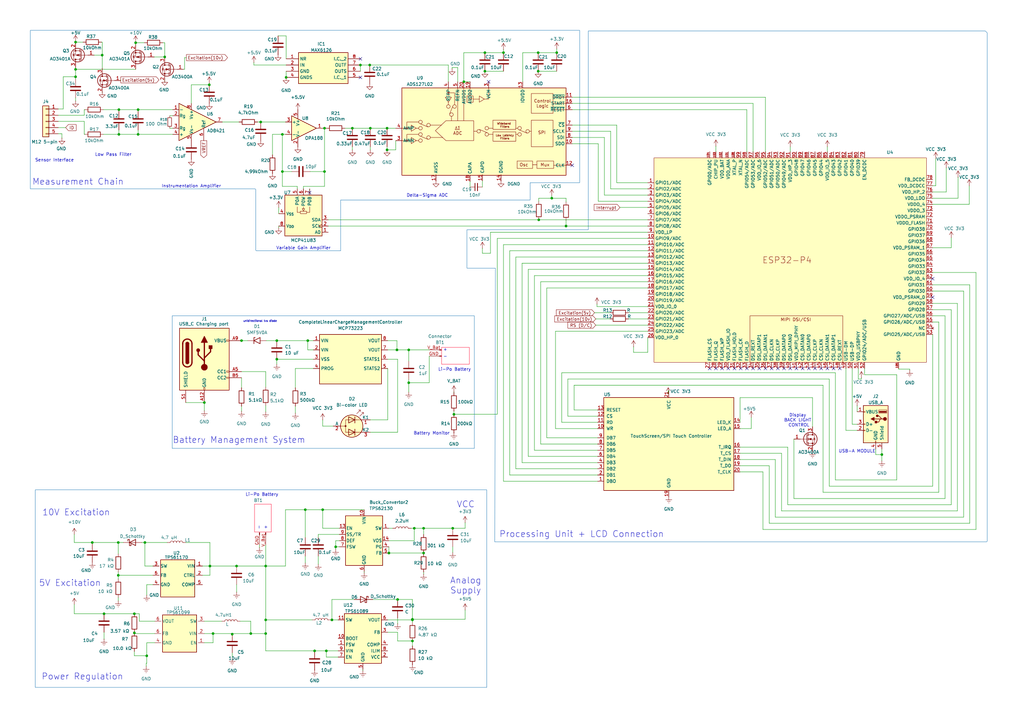
<source format=kicad_sch>
(kicad_sch (version 20250114) (generator "eeschema") (generator_version "9.0")
  (paper "A3")
  (title_block (title "Mobile Force Verification Unit") (date "2025-11-28") (company "Innovatest") (comment 1 "Group 02"))
  (rectangle (start 14.478 200.914) (end 199.644 281.94) (stroke (width 0) (color 33 122 182 1)))
  (rectangle (start 70.612 129.54) (end 194.564 183.896) (stroke (width 0) (color 33 122 182 1)))
  (text "5V Excitation\n" (at 28.702 239.268 0) (effects (font (size 2.54 2.54))))
  (text "10V Excitation" (at 31.242 210.312 0) (effects (font (size 2.54 2.54))))
  (text "-" (at 182.626 146.304 0) (effects (font (size 1.27 1.27))))
  (text "Power Regulation" (at 33.782 277.622 0) (effects (font (size 2.54 2.54))))
  (text "Delta-Sigma ADC" (at 175.26 80.264 0) (effects (font (size 1.27 1.27))))
  (text "-" (at 106.172 216.408 90) (effects (font (size 1.27 1.27))))
  (text "Battery Monitor" (at 177.038 177.8 0) (effects (font (size 1.27 1.27))))
  (text "Processing Unit + LCD Connection \n" (at 239.522 219.202 0) (effects (font (size 2.54 2.54))))
  (text "Analog\nSupply\n" (at 191.008 240.284 0) (effects (font (size 2.54 2.54))))
  (text "Battery Management System" (at 98.044 180.594 0) (effects (font (size 2.54 2.54))))
  (text "Sensor Interface" (at 22.352 65.786 0) (effects (font (size 1.27 1.27))))
  (text "VCC\n" (at 191.008 207.01 0) (effects (font (size 2.54 2.54))))
  (text "Variable Gain Amplifier\n" (at 124.46 101.854 0) (effects (font (size 1.27 1.27))))
  (text "+" (at 108.966 216.408 90) (effects (font (size 1.27 1.27))))
  (text "USB-A MODULE\n" (at 351.536 185.166 0) (effects (font (size 1.27 1.27))))
  (text "Instrumentation Amplifier" (at 78.486 76.454 0) (effects (font (size 1.27 1.27))))
  (text "+" (at 182.626 143.51 0) (effects (font (size 1.27 1.27))))
  (text "unidirectional tvs diode" (at 106.68 131.826 0) (effects (font (size 0.762 0.762))))
  (text "Low Pass Filter\n" (at 46.482 63.5 0) (effects (font (size 1.27 1.27))))
  (text "Display \nBACK LIGHT \nCONTROL\n" (at 327.66 172.466 0) (effects (font (size 1.27 1.27))))
  (text "Li-Po Battery\n" (at 107.442 202.946 0) (effects (font (size 1.27 1.27))))
  (text "Li-Po Battery\n" (at 186.436 151.638 0) (effects (font (size 1.27 1.27))))
  (text "Measurement Chain\n" (at 32.004 74.676 0) (effects (font (size 2.54 2.54))))
  (text_box "" (at 111.252 206.756 90) (size -6.858 11.43) (margins 0.9525 0.9525 0.9525 0.9525) (stroke (width 0) (color 255 18 58 1)) (effects (font (size 1.27 1.27)) (justify left top)))
  (text_box "" (at 181.102 142.494 0) (size 11.43 6.858) (margins 0.9525 0.9525 0.9525 0.9525) (stroke (width 0) (color 255 18 58 1)) (effects (font (size 1.27 1.27)) (justify left top)))
  (junction (at 83.82 165.1))
  (junction (at 151.638 26.67))
  (junction (at 115.824 70.358))
  (junction (at 159.512 226.822))
  (junction (at 151.892 52.578))
  (junction (at 136.144 254.254))
  (junction (at 173.736 216.662))
  (junction (at 56.642 55.118))
  (junction (at 158.75 52.578))
  (junction (at 67.564 23.368))
  (junction (at 108.966 232.156))
  (junction (at 60.198 268.986))
  (junction (at 108.966 259.842))
  (junction (at 48.768 44.958))
  (junction (at 133.096 52.578))
  (junction (at 108.966 254.254))
  (junction (at 42.672 251.714))
  (junction (at 99.06 139.7))
  (junction (at 163.068 245.872))
  (junction (at 85.852 34.798))
  (junction (at 167.64 143.51))
  (junction (at 158.75 61.468))
  (junction (at 55.626 17.526))
  (junction (at 169.164 262.89))
  (junction (at 228.346 21.59))
  (junction (at 232.156 92.71))
  (junction (at 41.91 22.606))
  (junction (at 113.538 147.32))
  (junction (at 220.726 29.21))
  (junction (at 59.436 222.504))
  (junction (at 30.988 17.272))
  (junction (at 56.642 44.958))
  (junction (at 167.64 156.972))
  (junction (at 87.376 259.842))
  (junction (at 117.348 31.75))
  (junction (at 169.164 254))
  (junction (at 220.726 21.59))
  (junction (at 132.334 209.042))
  (junction (at 198.882 29.21))
  (junction (at 86.106 232.156))
  (junction (at 198.882 21.59))
  (junction (at 102.87 259.842))
  (junction (at 115.824 55.118))
  (junction (at 95.25 260.096))
  (junction (at 113.538 139.7))
  (junction (at 48.514 235.966))
  (junction (at 30.988 31.496))
  (junction (at 129.032 266.954))
  (junction (at 133.096 70.358))
  (junction (at 169.926 216.662))
  (junction (at 169.164 254.254))
  (junction (at 186.182 169.926))
  (junction (at 137.668 224.282))
  (junction (at 190.246 33.528))
  (junction (at 185.674 216.662))
  (junction (at 173.736 226.822))
  (junction (at 144.526 52.578))
  (junction (at 147.828 26.67))
  (junction (at 133.858 266.954))
  (junction (at 106.934 50.038))
  (junction (at 206.502 21.59))
  (junction (at 126.238 139.7))
  (junction (at 37.846 222.504))
  (junction (at 162.814 143.51))
  (junction (at 361.696 186.436))
  (junction (at 97.028 232.156))
  (junction (at 220.98 90.17))
  (junction (at 55.118 259.588))
  (junction (at 226.314 81.28))
  (junction (at 30.988 28.448))
  (junction (at 48.768 55.118))
  (junction (at 125.222 209.042))
  (junction (at 55.118 251.714))
  (junction (at 48.514 222.504))
  (no_connect (at 341.884 151.13))
  (no_connect (at 324.104 151.13))
  (no_connect (at 331.724 151.13))
  (no_connect (at 344.424 151.13))
  (no_connect (at 303.784 151.13))
  (no_connect (at 308.864 151.13))
  (no_connect (at 291.084 151.13))
  (no_connect (at 321.564 151.13))
  (no_connect (at 313.944 151.13))
  (no_connect (at 339.344 151.13))
  (no_connect (at 301.244 151.13))
  (no_connect (at 336.804 151.13))
  (no_connect (at 316.484 151.13))
  (no_connect (at 293.624 151.13))
  (no_connect (at 147.828 31.75))
  (no_connect (at 200.406 33.528))
  (no_connect (at 319.024 151.13))
  (no_connect (at 326.644 151.13))
  (no_connect (at 127 78.994))
  (no_connect (at 147.828 24.13))
  (no_connect (at 311.404 151.13))
  (no_connect (at 329.184 151.13))
  (no_connect (at 296.164 151.13))
  (no_connect (at 234.696 67.818))
  (no_connect (at 306.324 151.13))
  (no_connect (at 382.524 114.3))
  (no_connect (at 334.264 151.13))
  (no_connect (at 382.524 121.92))
  (no_connect (at 298.704 151.13))
  (wire (pts (xy 234.696 51.308) (xy 252.984 51.308)))
  (wire (pts (xy 169.926 216.662) (xy 169.926 221.742)))
  (wire (pts (xy 206.502 29.21) (xy 198.882 29.21)))
  (wire (pts (xy 361.696 186.436) (xy 361.696 188.976)))
  (wire (pts (xy 151.892 172.212) (xy 159.004 172.212)))
  (wire (pts (xy 86.106 232.156) (xy 86.106 222.504)))
  (wire (pts (xy 124.46 76.454) (xy 124.46 77.47)))
  (wire (pts (xy 102.87 259.842) (xy 95.25 259.842)))
  (wire (pts (xy 306.324 44.958) (xy 306.324 62.23)))
  (wire (pts (xy 382.524 78.74) (xy 388.112 78.74)))
  (wire (pts (xy 106.426 223.52) (xy 106.426 224.536)))
  (wire (pts (xy 354.584 153.67) (xy 367.792 153.67)))
  (wire (pts (xy 234.696 53.848) (xy 250.444 53.848)))
  (wire (pts (xy 224.282 118.11) (xy 265.684 118.11)))
  (wire (pts (xy 48.768 53.34) (xy 48.768 55.118)))
  (wire (pts (xy 115.824 55.118) (xy 115.824 70.358)))
  (wire (pts (xy 130.556 228.092) (xy 130.556 231.394)))
  (wire (pts (xy 99.06 154.94) (xy 99.06 159.004)))
  (wire (pts (xy 159.004 139.7) (xy 162.814 139.7)))
  (wire (pts (xy 349.504 151.13) (xy 349.504 173.99)))
  (wire (pts (xy 235.458 168.148) (xy 235.458 157.988)))
  (wire (pts (xy 232.156 92.71) (xy 265.684 92.71)))
  (wire (pts (xy 106.934 50.038) (xy 117.094 50.038)))
  (wire (pts (xy 41.91 22.606) (xy 41.91 27.94)))
  (wire (pts (xy 94.996 259.842) (xy 87.376 259.842)))
  (wire (pts (xy 203.962 169.926) (xy 203.962 97.79)))
  (wire (pts (xy 168.656 216.662) (xy 169.926 216.662)))
  (wire (pts (xy 114.3 92.71) (xy 114.3 93.472)))
  (wire (pts (xy 351.536 168.91) (xy 351.536 166.37)))
  (wire (pts (xy 130.556 219.202) (xy 130.556 220.472)))
  (wire (pts (xy 132.334 216.662) (xy 139.192 216.662)))
  (wire (pts (xy 62.738 239.776) (xy 60.198 239.776)))
  (wire (pts (xy 108.966 254.254) (xy 108.966 259.842)))
  (wire (pts (xy 303.53 183.388) (xy 323.088 183.388)))
  (wire (pts (xy 133.096 52.578) (xy 133.096 70.358)))
  (wire (pts (xy 133.096 76.454) (xy 124.46 76.454)))
  (wire (pts (xy 169.164 254) (xy 190.754 254)))
  (wire (pts (xy 133.858 266.954) (xy 138.684 266.954)))
  (wire (pts (xy 245.11 192.278) (xy 211.582 192.278)))
  (wire (pts (xy 167.64 143.51) (xy 167.64 148.082)))
  (wire (pts (xy 121.92 76.454) (xy 121.92 77.47)))
  (wire (pts (xy 214.376 21.59) (xy 214.376 33.528)))
  (wire (pts (xy 235.458 157.988) (xy 337.566 157.988)))
  (wire (pts (xy 163.068 253.492) (xy 163.068 255.778)))
  (wire (pts (xy 257.81 128.27) (xy 265.684 128.27)))
  (wire (pts (xy 312.928 217.17) (xy 400.304 217.17)))
  (wire (pts (xy 48.514 246.38) (xy 48.514 245.11)))
  (wire (pts (xy 234.696 42.418) (xy 308.864 42.418)))
  (wire (pts (xy 55.626 17.526) (xy 59.182 17.526)))
  (wire (pts (xy 104.14 26.67) (xy 117.348 26.67)))
  (wire (pts (xy 158.75 61.468) (xy 158.75 60.198)))
  (wire (pts (xy 337.566 201.93) (xy 385.064 201.93)))
  (wire (pts (xy 173.736 216.662) (xy 173.736 219.202)))
  (wire (pts (xy 220.98 82.55) (xy 220.98 81.28)))
  (wire (pts (xy 67.564 17.526) (xy 67.564 23.368)))
  (wire (pts (xy 190.754 254) (xy 190.754 250.19)))
  (wire (pts (xy 128.524 151.13) (xy 121.158 151.13)))
  (wire (pts (xy 324.104 60.198) (xy 324.104 62.23)))
  (wire (pts (xy 151.638 26.67) (xy 183.896 26.67)))
  (wire (pts (xy 30.988 17.272) (xy 34.036 17.272)))
  (wire (pts (xy 265.684 80.01) (xy 247.904 80.01)))
  (wire (pts (xy 48.768 44.958) (xy 48.768 45.72)))
  (wire (pts (xy 113.538 139.446) (xy 113.538 139.7)))
  (wire (pts (xy 201.168 95.25) (xy 265.684 95.25)))
  (wire (pts (xy 359.156 186.436) (xy 359.156 184.15)))
  (wire (pts (xy 159.512 216.662) (xy 161.036 216.662)))
  (wire (pts (xy 59.944 273.304) (xy 59.944 272.034)))
  (wire (pts (xy 206.502 21.59) (xy 198.882 21.59)))
  (wire (pts (xy 169.926 221.742) (xy 159.512 221.742)))
  (wire (pts (xy 55.118 259.588) (xy 55.118 259.334)))
  (wire (pts (xy 147.828 26.67) (xy 151.638 26.67)))
  (wire (pts (xy 169.164 254) (xy 169.164 254.254)))
  (wire (pts (xy 232.156 90.424) (xy 232.156 92.71)))
  (wire (pts (xy 373.126 151.384) (xy 373.126 151.892)))
  (wire (pts (xy 219.202 113.03) (xy 265.684 113.03)))
  (wire (pts (xy 167.64 155.702) (xy 167.64 156.972)))
  (wire (pts (xy 247.904 80.01) (xy 247.904 56.388)))
  (wire (pts (xy 162.306 61.468) (xy 162.306 57.658)))
  (wire (pts (xy 392.684 124.46) (xy 392.684 209.55)))
  (wire (pts (xy 211.582 105.41) (xy 211.582 192.278)))
  (wire (pts (xy 117.094 209.042) (xy 125.222 209.042)))
  (wire (pts (xy 41.656 17.272) (xy 41.91 17.272)))
  (wire (pts (xy 159.004 143.51) (xy 162.814 143.51)))
  (wire (pts (xy 190.246 21.59) (xy 190.246 33.528)))
  (wire (pts (xy 216.662 187.198) (xy 245.11 187.198)))
  (wire (pts (xy 395.224 119.38) (xy 395.224 212.09)))
  (wire (pts (xy 56.642 55.118) (xy 70.866 55.118)))
  (wire (pts (xy 190.246 33.528) (xy 192.786 33.528)))
  (wire (pts (xy 367.792 196.85) (xy 367.792 153.67)))
  (wire (pts (xy 185.42 28.194) (xy 185.42 27.686)))
  (wire (pts (xy 274.32 160.274) (xy 274.066 160.274)))
  (wire (pts (xy 252.984 74.93) (xy 265.684 74.93)))
  (wire (pts (xy 63.5 263.652) (xy 60.198 263.652)))
  (wire (pts (xy 387.604 129.54) (xy 387.604 204.47)))
  (wire (pts (xy 382.524 81.28) (xy 392.938 81.28)))
  (wire (pts (xy 57.15 254.762) (xy 57.15 251.714)))
  (wire (pts (xy 227.838 175.768) (xy 245.11 175.768)))
  (wire (pts (xy 75.692 28.448) (xy 75.184 28.448)))
  (wire (pts (xy 227.838 135.89) (xy 227.838 175.768)))
  (wire (pts (xy 139.192 221.742) (xy 137.668 221.742)))
  (wire (pts (xy 206.502 100.33) (xy 265.684 100.33)))
  (wire (pts (xy 151.892 52.578) (xy 158.75 52.578)))
  (wire (pts (xy 209.042 102.87) (xy 265.684 102.87)))
  (wire (pts (xy 109.22 139.7) (xy 113.538 139.7)))
  (wire (pts (xy 388.112 68.834) (xy 388.112 78.74)))
  (wire (pts (xy 108.966 232.156) (xy 108.966 254.254)))
  (wire (pts (xy 368.554 151.384) (xy 368.554 151.13)))
  (wire (pts (xy 346.964 176.53) (xy 351.536 176.53)))
  (wire (pts (xy 250.19 128.27) (xy 243.84 128.27)))
  (wire (pts (xy 245.11 170.688) (xy 232.918 170.688)))
  (wire (pts (xy 197.866 74.168) (xy 197.866 76.708)))
  (wire (pts (xy 108.966 152.4) (xy 108.966 158.75)))
  (wire (pts (xy 108.966 266.954) (xy 129.032 266.954)))
  (wire (pts (xy 149.352 234.442) (xy 149.352 234.95)))
  (wire (pts (xy 86.106 232.156) (xy 83.058 232.156)))
  (wire (pts (xy 41.91 38.1) (xy 41.91 37.592)))
  (wire (pts (xy 173.736 234.696) (xy 173.736 235.458)))
  (wire (pts (xy 221.742 115.57) (xy 221.742 182.118)))
  (wire (pts (xy 141.478 52.578) (xy 144.526 52.578)))
  (wire (pts (xy 60.198 272.034) (xy 60.198 268.986)))
  (wire (pts (xy 169.164 245.872) (xy 169.164 254)))
  (wire (pts (xy 129.032 267.208) (xy 129.032 266.954)))
  (wire (pts (xy 56.642 44.958) (xy 70.866 44.958)))
  (wire (pts (xy 382.524 76.2) (xy 383.794 76.2)))
  (wire (pts (xy 250.444 77.47) (xy 265.684 77.47)))
  (wire (pts (xy 132.334 209.042) (xy 132.334 216.662)))
  (wire (pts (xy 111.76 55.118) (xy 111.76 63.5)))
  (wire (pts (xy 133.858 269.494) (xy 138.684 269.494)))
  (wire (pts (xy 115.824 70.358) (xy 119.634 70.358)))
  (wire (pts (xy 400.304 111.76) (xy 400.304 217.17)))
  (wire (pts (xy 265.684 82.55) (xy 245.364 82.55)))
  (wire (pts (xy 392.938 81.28) (xy 392.938 72.644)))
  (wire (pts (xy 30.48 222.504) (xy 30.48 219.202)))
  (wire (pts (xy 187.706 27.686) (xy 187.706 33.528)))
  (wire (pts (xy 60.198 239.776) (xy 60.198 244.094)))
  (wire (pts (xy 115.824 55.118) (xy 111.76 55.118)))
  (wire (pts (xy 121.158 166.624) (xy 121.158 169.418)))
  (wire (pts (xy 308.864 62.23) (xy 308.864 42.418)))
  (wire (pts (xy 63.5 259.842) (xy 55.118 259.842)))
  (wire (pts (xy 361.696 186.436) (xy 359.156 186.436)))
  (wire (pts (xy 115.824 76.454) (xy 115.824 70.358)))
  (wire (pts (xy 78.486 34.798) (xy 78.486 42.418)))
  (wire (pts (xy 127 78.994) (xy 127 77.47)))
  (wire (pts (xy 315.468 191.008) (xy 315.468 214.63)))
  (wire (pts (xy 56.642 44.704) (xy 56.896 44.704)))
  (wire (pts (xy 232.156 82.804) (xy 232.156 81.28)))
  (wire (pts (xy 382.524 137.16) (xy 382.524 199.39)))
  (wire (pts (xy 228.346 21.59) (xy 220.726 21.59)))
  (wire (pts (xy 83.82 165.1) (xy 83.82 168.402)))
  (wire (pts (xy 397.764 116.84) (xy 397.764 214.63)))
  (wire (pts (xy 176.022 146.05) (xy 176.022 156.972)))
  (wire (pts (xy 169.164 262.89) (xy 163.068 262.89)))
  (wire (pts (xy 158.75 52.578) (xy 162.306 52.578)))
  (wire (pts (xy 87.376 259.842) (xy 83.82 259.842)))
  (wire (pts (xy 318.008 212.09) (xy 395.224 212.09)))
  (wire (pts (xy 303.53 188.468) (xy 318.008 188.468)))
  (wire (pts (xy 34.544 55.118) (xy 34.798 55.118)))
  (wire (pts (xy 313.944 62.23) (xy 313.944 39.878)))
  (wire (pts (xy 274.066 160.274) (xy 274.066 161.544)))
  (wire (pts (xy 224.282 118.11) (xy 224.282 179.578)))
  (wire (pts (xy 163.068 147.32) (xy 163.068 177.292)))
  (wire (pts (xy 63.5 254.762) (xy 57.15 254.762)))
  (wire (pts (xy 257.81 130.81) (xy 265.684 130.81)))
  (wire (pts (xy 159.004 151.13) (xy 159.004 172.212)))
  (wire (pts (xy 250.444 53.848) (xy 250.444 77.47)))
  (wire (pts (xy 303.53 193.548) (xy 312.928 193.548)))
  (wire (pts (xy 206.502 20.32) (xy 206.502 21.59)))
  (wire (pts (xy 293.624 59.944) (xy 293.624 62.23)))
  (wire (pts (xy 169.164 262.89) (xy 169.164 264.922)))
  (wire (pts (xy 342.646 152.908) (xy 342.646 196.85)))
  (wire (pts (xy 152.908 245.872) (xy 163.068 245.872)))
  (wire (pts (xy 108.966 232.156) (xy 117.094 232.156)))
  (wire (pts (xy 30.48 251.714) (xy 30.48 247.904)))
  (wire (pts (xy 226.314 81.28) (xy 220.98 81.28)))
  (wire (pts (xy 37.846 223.012) (xy 37.846 222.504)))
  (wire (pts (xy 230.378 173.228) (xy 230.378 152.908)))
  (wire (pts (xy 55.118 251.714) (xy 42.672 251.714)))
  (wire (pts (xy 137.668 224.282) (xy 137.668 225.298)))
  (wire (pts (xy 228.346 20.066) (xy 228.346 21.59)))
  (wire (pts (xy 23.876 52.324) (xy 26.924 52.324)))
  (wire (pts (xy 265.684 138.43) (xy 265.684 144.526)))
  (wire (pts (xy 226.314 80.264) (xy 226.314 81.28)))
  (wire (pts (xy 30.988 17.018) (xy 30.988 17.272)))
  (wire (pts (xy 102.87 254.762) (xy 98.552 254.762)))
  (wire (pts (xy 221.742 182.118) (xy 245.11 182.118)))
  (wire (pts (xy 274.32 160.528) (xy 274.32 160.274)))
  (wire (pts (xy 167.64 143.51) (xy 176.022 143.51)))
  (wire (pts (xy 382.524 101.6) (xy 390.144 101.6)))
  (wire (pts (xy 339.344 60.198) (xy 339.344 62.23)))
  (wire (pts (xy 55.626 17.526) (xy 55.626 18.288)))
  (wire (pts (xy 373.126 151.384) (xy 368.554 151.384)))
  (wire (pts (xy 34.544 44.958) (xy 34.544 47.244)))
  (wire (pts (xy 48.768 55.118) (xy 56.642 55.118)))
  (wire (pts (xy 132.334 209.042) (xy 149.352 209.042)))
  (wire (pts (xy 34.544 49.784) (xy 23.876 49.784)))
  (wire (pts (xy 69.596 47.498) (xy 70.866 47.498)))
  (wire (pts (xy 139.192 224.282) (xy 137.668 224.282)))
  (wire (pts (xy 245.11 173.228) (xy 230.378 173.228)))
  (wire (pts (xy 221.742 115.57) (xy 265.684 115.57)))
  (wire (pts (xy 337.566 157.988) (xy 337.566 201.93)))
  (wire (pts (xy 382.524 83.82) (xy 397.51 83.82)))
  (wire (pts (xy 137.668 221.742) (xy 137.668 224.282)))
  (wire (pts (xy 244.348 130.81) (xy 250.19 130.81)))
  (wire (pts (xy 30.988 40.132) (xy 30.988 41.402)))
  (wire (pts (xy 117.094 55.118) (xy 115.824 55.118)))
  (wire (pts (xy 121.158 151.13) (xy 121.158 159.004)))
  (wire (pts (xy 42.672 259.334) (xy 42.672 262.128)))
  (wire (pts (xy 25.908 31.496) (xy 25.908 44.704)))
  (wire (pts (xy 41.91 17.272) (xy 41.91 22.606)))
  (wire (pts (xy 148.844 274.574) (xy 148.844 275.082)))
  (wire (pts (xy 151.892 60.198) (xy 151.892 61.468)))
  (wire (pts (xy 245.11 168.148) (xy 235.458 168.148)))
  (wire (pts (xy 303.53 191.008) (xy 315.468 191.008)))
  (wire (pts (xy 340.106 199.39) (xy 382.524 199.39)))
  (wire (pts (xy 163.068 259.334) (xy 159.004 259.334)))
  (wire (pts (xy 192.786 74.422) (xy 192.786 76.708)))
  (wire (pts (xy 50.546 222.504) (xy 48.514 222.504)))
  (wire (pts (xy 86.106 232.156) (xy 86.106 235.966)))
  (wire (pts (xy 42.418 55.118) (xy 48.768 55.118)))
  (wire (pts (xy 55.118 267.208) (xy 55.118 268.986)))
  (wire (pts (xy 59.944 272.034) (xy 60.198 272.034)))
  (wire (pts (xy 234.696 58.928) (xy 245.364 58.928)))
  (wire (pts (xy 320.548 209.55) (xy 392.684 209.55)))
  (wire (pts (xy 206.502 100.33) (xy 206.502 197.358)))
  (wire (pts (xy 75.692 23.622) (xy 75.692 28.448)))
  (wire (pts (xy 234.696 44.958) (xy 306.324 44.958)))
  (wire (pts (xy 169.164 254.254) (xy 169.164 255.27)))
  (wire (pts (xy 232.918 170.688) (xy 232.918 155.448)))
  (wire (pts (xy 323.088 183.388) (xy 323.088 207.01)))
  (wire (pts (xy 99.06 139.7) (xy 101.6 139.7)))
  (wire (pts (xy 244.856 125.73) (xy 244.856 124.714)))
  (wire (pts (xy 244.348 133.35) (xy 265.684 133.35)))
  (wire (pts (xy 308.102 175.768) (xy 308.102 171.196)))
  (wire (pts (xy 87.376 263.652) (xy 83.82 263.652)))
  (wire (pts (xy 254.254 85.09) (xy 265.684 85.09)))
  (wire (pts (xy 25.908 31.496) (xy 30.988 31.496)))
  (wire (pts (xy 173.736 227.076) (xy 173.736 226.822)))
  (wire (pts (xy 57.15 251.714) (xy 55.118 251.714)))
  (wire (pts (xy 162.814 139.7) (xy 162.814 143.51)))
  (wire (pts (xy 30.988 17.272) (xy 30.988 17.526)))
  (wire (pts (xy 125.222 209.042) (xy 132.334 209.042)))
  (wire (pts (xy 60.198 263.652) (xy 60.198 268.986)))
  (wire (pts (xy 132.334 172.212) (xy 132.334 174.752)))
  (wire (pts (xy 392.684 124.46) (xy 382.524 124.46)))
  (wire (pts (xy 352.044 155.448) (xy 353.314 155.448)))
  (wire (pts (xy 48.514 222.504) (xy 37.846 222.504)))
  (wire (pts (xy 117.348 31.75) (xy 117.348 29.21)))
  (wire (pts (xy 234.696 56.388) (xy 247.904 56.388)))
  (wire (pts (xy 91.186 50.038) (xy 98.044 50.038)))
  (wire (pts (xy 97.028 232.156) (xy 86.106 232.156)))
  (wire (pts (xy 56.642 53.34) (xy 56.642 55.118)))
  (wire (pts (xy 132.334 174.752) (xy 136.652 174.752)))
  (wire (pts (xy 95.25 260.096) (xy 94.996 260.096)))
  (wire (pts (xy 259.842 142.24) (xy 259.842 144.526)))
  (wire (pts (xy 214.122 107.95) (xy 265.684 107.95)))
  (wire (pts (xy 25.4 54.864) (xy 25.4 56.642)))
  (wire (pts (xy 216.662 110.49) (xy 265.684 110.49)))
  (wire (pts (xy 136.144 245.872) (xy 136.144 254.254)))
  (wire (pts (xy 114.3 85.09) (xy 114.3 87.63)))
  (wire (pts (xy 346.964 151.13) (xy 346.964 176.53)))
  (wire (pts (xy 85.852 34.798) (xy 85.852 34.036)))
  (wire (pts (xy 94.996 260.096) (xy 94.996 259.842)))
  (wire (pts (xy 201.168 103.886) (xy 201.168 95.25)))
  (wire (pts (xy 209.042 102.87) (xy 209.042 194.818)))
  (wire (pts (xy 86.106 222.504) (xy 76.2 222.504)))
  (wire (pts (xy 63.246 23.368) (xy 67.564 23.368)))
  (wire (pts (xy 318.008 188.468) (xy 318.008 212.09)))
  (wire (pts (xy 159.004 254.254) (xy 169.164 254.254)))
  (wire (pts (xy 113.538 147.32) (xy 128.524 147.32)))
  (wire (pts (xy 99.06 166.624) (xy 99.06 168.656)))
  (wire (pts (xy 349.504 173.99) (xy 351.536 173.99)))
  (wire (pts (xy 159.004 147.32) (xy 163.068 147.32)))
  (wire (pts (xy 48.514 235.966) (xy 48.514 237.49)))
  (wire (pts (xy 76.2 165.1) (xy 83.82 165.1)))
  (wire (pts (xy 135.636 254.254) (xy 136.144 254.254)))
  (wire (pts (xy 127.254 70.358) (xy 133.096 70.358)))
  (wire (pts (xy 158.75 61.468) (xy 162.306 61.468)))
  (wire (pts (xy 323.088 207.01) (xy 390.144 207.01)))
  (wire (pts (xy 303.53 163.068) (xy 333.248 163.068)))
  (wire (pts (xy 382.524 111.76) (xy 400.304 111.76)))
  (wire (pts (xy 197.866 103.886) (xy 197.866 101.854)))
  (wire (pts (xy 102.87 259.842) (xy 108.966 259.842)))
  (wire (pts (xy 320.548 185.928) (xy 320.548 209.55)))
  (wire (pts (xy 214.122 107.95) (xy 214.122 189.738)))
  (wire (pts (xy 159.512 224.282) (xy 159.512 226.822)))
  (wire (pts (xy 186.182 168.656) (xy 186.182 169.926)))
  (wire (pts (xy 34.544 44.958) (xy 34.798 44.958)))
  (wire (pts (xy 227.838 135.89) (xy 265.684 135.89)))
  (wire (pts (xy 117.094 209.042) (xy 117.094 232.156)))
  (wire (pts (xy 245.364 82.55) (xy 245.364 58.928)))
  (wire (pts (xy 183.896 26.67) (xy 183.896 33.528)))
  (wire (pts (xy 385.064 132.08) (xy 385.064 201.93)))
  (wire (pts (xy 159.512 226.822) (xy 173.736 226.822)))
  (wire (pts (xy 220.98 90.17) (xy 265.684 90.17)))
  (wire (pts (xy 86.106 235.966) (xy 83.058 235.966)))
  (wire (pts (xy 382.524 119.38) (xy 395.224 119.38)))
  (wire (pts (xy 232.156 81.28) (xy 226.314 81.28)))
  (wire (pts (xy 185.674 224.282) (xy 185.674 226.568)))
  (wire (pts (xy 190.246 21.59) (xy 198.882 21.59)))
  (wire (pts (xy 252.984 51.308) (xy 252.984 74.93)))
  (wire (pts (xy 113.538 147.32) (xy 113.538 149.352)))
  (wire (pts (xy 108.966 166.37) (xy 108.966 168.91)))
  (wire (pts (xy 134.62 90.17) (xy 220.98 90.17)))
  (wire (pts (xy 129.032 266.954) (xy 133.858 266.954)))
  (wire (pts (xy 121.92 76.454) (xy 115.824 76.454)))
  (wire (pts (xy 59.436 222.504) (xy 58.166 222.504)))
  (wire (pts (xy 312.928 193.548) (xy 312.928 217.17)))
  (wire (pts (xy 68.58 222.504) (xy 59.436 222.504)))
  (wire (pts (xy 56.642 44.704) (xy 56.642 44.958)))
  (wire (pts (xy 211.582 105.41) (xy 265.684 105.41)))
  (wire (pts (xy 133.096 70.358) (xy 133.096 76.454)))
  (wire (pts (xy 30.988 28.448) (xy 30.988 31.496)))
  (wire (pts (xy 216.662 110.49) (xy 216.662 187.198)))
  (wire (pts (xy 126.238 139.7) (xy 128.524 139.7)))
  (wire (pts (xy 117.348 14.732) (xy 117.348 24.13)))
  (wire (pts (xy 186.182 169.926) (xy 203.962 169.926)))
  (wire (pts (xy 315.468 214.63) (xy 397.764 214.63)))
  (wire (pts (xy 126.238 143.51) (xy 126.238 139.7)))
  (wire (pts (xy 59.436 232.156) (xy 62.738 232.156)))
  (wire (pts (xy 190.754 216.662) (xy 185.674 216.662)))
  (wire (pts (xy 245.11 194.818) (xy 209.042 194.818)))
  (wire (pts (xy 133.858 269.494) (xy 133.858 266.954)))
  (wire (pts (xy 25.908 44.704) (xy 23.876 44.704)))
  (wire (pts (xy 95.25 259.842) (xy 95.25 260.096)))
  (wire (pts (xy 62.738 235.966) (xy 48.514 235.966)))
  (wire (pts (xy 390.144 127) (xy 390.144 207.01)))
  (wire (pts (xy 97.028 242.824) (xy 97.028 239.776)))
  (wire (pts (xy 390.144 127) (xy 382.524 127)))
  (wire (pts (xy 353.314 154.94) (xy 353.314 155.448)))
  (wire (pts (xy 98.806 139.7) (xy 99.06 139.7)))
  (wire (pts (xy 30.988 28.448) (xy 55.626 28.448)))
  (wire (pts (xy 23.876 54.864) (xy 25.4 54.864)))
  (wire (pts (xy 214.376 21.59) (xy 220.726 21.59)))
  (wire (pts (xy 38.608 22.606) (xy 41.91 22.606)))
  (wire (pts (xy 67.564 33.528) (xy 67.564 32.512)))
  (wire (pts (xy 59.436 222.504) (xy 59.436 232.156)))
  (wire (pts (xy 354.584 151.13) (xy 354.584 153.67)))
  (wire (pts (xy 162.814 143.51) (xy 167.64 143.51)))
  (wire (pts (xy 383.794 65.024) (xy 383.794 76.2)))
  (wire (pts (xy 186.182 160.782) (xy 186.182 161.036)))
  (wire (pts (xy 144.526 52.578) (xy 151.892 52.578)))
  (wire (pts (xy 147.828 26.67) (xy 147.828 29.21)))
  (wire (pts (xy 125.222 228.092) (xy 125.222 230.886)))
  (wire (pts (xy 37.846 222.504) (xy 30.48 222.504)))
  (wire (pts (xy 60.198 268.986) (xy 55.118 268.986)))
  (wire (pts (xy 30.988 32.512) (xy 30.988 31.496)))
  (wire (pts (xy 185.42 27.686) (xy 187.706 27.686)))
  (wire (pts (xy 167.64 156.972) (xy 167.64 160.782)))
  (wire (pts (xy 303.53 185.928) (xy 320.548 185.928)))
  (wire (pts (xy 382.524 132.08) (xy 385.064 132.08)))
  (wire (pts (xy 325.628 180.086) (xy 325.628 204.47)))
  (wire (pts (xy 126.238 143.51) (xy 128.524 143.51)))
  (wire (pts (xy 173.736 216.662) (xy 185.674 216.662)))
  (wire (pts (xy 34.544 55.118) (xy 34.544 49.784)))
  (wire (pts (xy 87.376 259.842) (xy 87.376 263.652)))
  (wire (pts (xy 203.962 97.79) (xy 265.684 97.79)))
  (wire (pts (xy 245.11 197.358) (xy 206.502 197.358)))
  (wire (pts (xy 95.25 267.716) (xy 95.25 270.002)))
  (wire (pts (xy 34.544 47.244) (xy 23.876 47.244)))
  (wire (pts (xy 48.768 44.958) (xy 56.642 44.958)))
  (wire (pts (xy 108.966 223.52) (xy 108.966 232.156)))
  (wire (pts (xy 387.604 129.54) (xy 382.524 129.54)))
  (wire (pts (xy 114.046 14.732) (xy 117.348 14.732)))
  (wire (pts (xy 232.918 155.448) (xy 340.106 155.448)))
  (wire (pts (xy 228.346 21.59) (xy 228.346 21.844)))
  (wire (pts (xy 66.802 17.526) (xy 67.564 17.526)))
  (wire (pts (xy 113.538 139.7) (xy 126.238 139.7)))
  (wire (pts (xy 219.202 184.658) (xy 245.11 184.658)))
  (wire (pts (xy 30.988 27.686) (xy 30.988 28.448)))
  (wire (pts (xy 361.696 186.436) (xy 361.696 184.15)))
  (wire (pts (xy 108.966 259.842) (xy 108.966 266.954)))
  (wire (pts (xy 108.966 232.156) (xy 97.028 232.156)))
  (wire (pts (xy 125.222 209.042) (xy 125.222 220.472)))
  (wire (pts (xy 56.642 44.958) (xy 56.642 45.72)))
  (wire (pts (xy 325.628 204.47) (xy 387.604 204.47)))
  (wire (pts (xy 397.51 76.2) (xy 397.51 83.82)))
  (wire (pts (xy 99.06 152.4) (xy 108.966 152.4)))
  (wire (pts (xy 102.87 254.762) (xy 102.87 259.842)))
  (wire (pts (xy 224.282 179.578) (xy 245.11 179.578)))
  (wire (pts (xy 133.096 52.578) (xy 133.858 52.578)))
  (wire (pts (xy 234.696 39.878) (xy 313.944 39.878)))
  (wire (pts (xy 104.14 25.654) (xy 104.14 26.67)))
  (wire (pts (xy 55.118 259.842) (xy 55.118 259.588)))
  (wire (pts (xy 190.754 216.662) (xy 190.754 214.376)))
  (wire (pts (xy 69.596 52.578) (xy 70.866 52.578)))
  (wire (pts (xy 352.044 151.13) (xy 352.044 155.448)))
  (wire (pts (xy 108.966 254.254) (xy 128.016 254.254)))
  (wire (pts (xy 55.626 17.272) (xy 55.626 17.526)))
  (wire (pts (xy 230.378 152.908) (xy 342.646 152.908)))
  (wire (pts (xy 134.62 92.71) (xy 232.156 92.71)))
  (wire (pts (xy 42.418 44.958) (xy 48.768 44.958)))
  (wire (pts (xy 259.842 144.526) (xy 265.684 144.526)))
  (wire (pts (xy 228.346 29.21) (xy 220.726 29.21)))
  (wire (pts (xy 130.556 219.202) (xy 139.192 219.202)))
  (wire (pts (xy 390.144 97.536) (xy 390.144 101.6)))
  (wire (pts (xy 201.168 103.886) (xy 197.866 103.886)))
  (wire (pts (xy 163.068 245.872) (xy 169.164 245.872)))
  (wire (pts (xy 48.514 234.696) (xy 48.514 235.966)))
  (wire (pts (xy 340.106 155.448) (xy 340.106 199.39)))
  (wire (pts (xy 90.932 254.762) (xy 83.82 254.762)))
  (wire (pts (xy 163.068 262.89) (xy 163.068 259.334)))
  (wire (pts (xy 85.852 34.798) (xy 78.486 34.798)))
  (wire (pts (xy 169.926 216.662) (xy 173.736 216.662)))
  (wire (pts (xy 342.646 196.85) (xy 367.792 196.85)))
  (wire (pts (xy 382.524 116.84) (xy 397.764 116.84)))
  (wire (pts (xy 151.892 177.292) (xy 163.068 177.292)))
  (wire (pts (xy 219.202 113.03) (xy 219.202 184.658)))
  (wire (pts (xy 303.53 163.068) (xy 303.53 173.228)))
  (wire (pts (xy 244.856 125.73) (xy 265.684 125.73)))
  (wire (pts (xy 48.514 222.504) (xy 48.514 227.076)))
  (wire (pts (xy 214.122 189.738) (xy 245.11 189.738)))
  (wire (pts (xy 75.692 23.622) (xy 76.454 23.622)))
  (wire (pts (xy 303.53 175.768) (xy 308.102 175.768)))
  (wire (pts (xy 136.144 245.872) (xy 145.288 245.872)))
  (wire (pts (xy 144.526 61.468) (xy 144.526 60.198)))
  (wire (pts (xy 49.53 33.02) (xy 49.53 32.766)))
  (wire (pts (xy 136.144 254.254) (xy 138.684 254.254)))
  (wire (pts (xy 42.672 251.714) (xy 30.48 251.714)))
  (wire (pts (xy 113.538 139.7) (xy 113.538 140.208)))
  (wire (pts (xy 132.334 52.578) (xy 133.096 52.578)))
  (wire (pts (xy 105.664 50.038) (xy 106.934 50.038)))
  (wire (pts (xy 176.022 156.972) (xy 167.64 156.972)))
  (wire (pts (xy 333.248 163.068) (xy 333.248 175.006)))
  (global_label "Interrupt" (shape input) (at 254.254 85.09 180) (property "Intersheetrefs" "${INTERSHEET_REFS}" (effects (hide yes))))
  (global_label "Excitation(5v)" (shape output) (at 49.53 32.766 0) (property "Intersheetrefs" "${INTERSHEET_REFS}" (effects (hide yes))))
  (global_label "Excitation(10v)" (shape input) (at 244.348 130.81 180) (property "Intersheetrefs" "${INTERSHEET_REFS}" (effects (hide yes))))
  (global_label "Excitation(5v)" (shape input) (at 243.84 128.27 180) (property "Intersheetrefs" "${INTERSHEET_REFS}" (effects (hide yes))))
  (global_label "ID" (shape input) (at 26.924 52.324 0) (property "Intersheetrefs" "${INTERSHEET_REFS}" (effects (hide yes))))
  (global_label "VREF" (shape output) (at 83.566 57.658 270) (property "Intersheetrefs" "${INTERSHEET_REFS}" (effects (hide yes))))
  (global_label "Excitation(10v)" (shape output) (at 76.454 23.622 0) (property "Intersheetrefs" "${INTERSHEET_REFS}" (effects (hide yes))))
  (global_label "RS (D{slash}C)" (shape input) (at 244.348 133.35 180) (property "Intersheetrefs" "${INTERSHEET_REFS}" (effects (hide yes))))
  (rule_area (polyline (pts (xy 202.946 222.25) (xy 404.622 222.25) (xy 404.876 221.996) (xy 404.876 13.462) (xy 404.114 12.7) (xy 241.3 12.7) (xy 241.3 94.234) (xy 191.516 94.234) (xy 191.516 109.982) (xy 203.2 109.982) (xy 203.2 110.744)) (stroke (width 0) (color 33 122 182 1))))
  (rule_area (polyline (pts (xy 237.744 74.93) (xy 217.424 74.93) (xy 217.424 82.042) (xy 139.7 82.042) (xy 139.7 102.87) (xy 105.156 102.87) (xy 104.902 102.616) (xy 104.902 77.724) (xy 104.648 77.47) (xy 12.446 77.47) (xy 12.446 12.446) (xy 237.744 12.446)) (stroke (width 0) (color 33 122 182 1))))
  (symbol (lib_id "power:GNDREF") (at 274.32 203.708 0) (mirror y) (unit 1)
    (property "Reference" "#PWR098" (effects (hide yes)))
    (property "Value" "GND" (at 274.32 208.788 0))
    (property "Description" "Power symbol creates a global label with name \"GNDREF\" , reference supply ground" (effects (hide yes)))
  )
  (symbol (lib_id "power:GNDREF") (at 373.126 151.892 0) (unit 1)
    (property "Reference" "#PWR028" (effects (hide yes)))
    (property "Value" "GND" (at 373.126 156.972 0))
    (property "Description" "Power symbol creates a global label with name \"GNDREF\" , reference supply ground" (effects (hide yes)))
  )
  (symbol (lib_id "power:GNDREF") (at 129.032 274.828 0) (unit 1)
    (property "Reference" "#PWR050" (effects (hide yes)))
    (property "Value" "GND" (at 129.032 279.146 0))
    (property "Description" "Power symbol creates a global label with name \"GNDREF\" , reference supply ground" (effects (hide yes)))
  )
  (symbol (lib_id "Device:C") (at 106.934 53.848 0) (unit 1)
    (property "Reference" "C16" (at 100.33 53.34 0) (effects (justify left)))
    (property "Value" "4.7uF" (at 99.314 56.388 0) (effects (justify left)))
    (property "Description" "Unpolarized capacitor" (effects (hide yes)))
  )
  (symbol (lib_id "Driver_LED:TPS61165DBV") (at 72.898 237.236 0) (mirror y) (unit 1)
    (property "Reference" "U2" (at 72.39 226.822 0))
    (property "Value" "TPS61170" (at 72.39 228.6 0))
    (property "Footprint" "Package_TO_SOT_SMD:SOT-23-6" (effects (hide yes)))
    (property "Datasheet" "https://www.ti.com/lit/ds/symlink/tps61165.pdf" (effects (hide yes)))
    (property "Description" "High-Brightness, White LED Driver, 3V to 18V input voltage range, internal switch, constant current, up to 38V/1.2A output, SOT-23-6" (effects (hide yes)))
  )
  (symbol (lib_id "Device:C") (at 228.346 25.4 0) (mirror y) (unit 1)
    (property "Reference" "C20" (at 232.41 23.114 0) (effects (justify left)))
    (property "Value" "10uF" (at 227.838 27.686 0) (effects (justify left)))
    (property "Description" "Unpolarized capacitor" (effects (hide yes)))
  )
  (symbol (lib_id "power:GNDREF") (at 173.736 235.458 0) (unit 1)
    (property "Reference" "#PWR094" (effects (hide yes)))
    (property "Value" "GND" (at 173.736 240.538 0))
    (property "Description" "Power symbol creates a global label with name \"GNDREF\" , reference supply ground" (effects (hide yes)))
  )
  (symbol (lib_id "power:GNDREF") (at 137.668 225.298 0) (unit 1)
    (property "Reference" "#PWR054" (effects (hide yes)))
    (property "Value" "GND" (at 137.668 229.108 0))
    (property "Description" "Power symbol creates a global label with name \"GNDREF\" , reference supply ground" (effects (hide yes)))
  )
  (symbol (lib_id "power:GNDREF") (at 108.966 168.91 0) (unit 1)
    (property "Reference" "#PWR04" (effects (hide yes)))
    (property "Value" "GND" (at 108.966 173.99 0))
    (property "Description" "Power symbol creates a global label with name \"GNDREF\" , reference supply ground" (effects (hide yes)))
  )
  (symbol (lib_id "power:VCC") (at 339.344 60.198 0) (unit 1)
    (property "Reference" "#PWR031" (effects (hide yes)))
    (property "Value" "VCC 3V3" (at 339.344 55.372 0))
    (property "Description" "Power symbol creates a global label with name \"VCC\"" (effects (hide yes)))
  )
  (symbol (lib_id "Device:L") (at 94.742 254.762 270) (mirror x) (unit 1)
    (property "Reference" "4.7uH1" (at 91.694 252.222 90))
    (property "Value" "L" (at 93.218 256.032 90))
    (property "Description" "Inductor" (effects (hide yes)))
  )
  (symbol (lib_id "power:GNDREF") (at 361.696 188.976 0) (mirror y) (unit 1)
    (property "Reference" "#PWR036" (effects (hide yes)))
    (property "Value" "GND" (at 361.696 194.056 0))
    (property "Description" "Power symbol creates a global label with name \"GNDREF\" , reference supply ground" (effects (hide yes)))
  )
  (symbol (lib_id "Device:R") (at 169.164 259.08 0) (unit 1)
    (property "Reference" "R26" (at 171.45 257.8099 0) (effects (justify left)))
    (property "Value" "4.87 kΩ" (at 171.45 260.3499 0) (effects (justify left)))
    (property "Description" "Resistor" (effects (hide yes)))
  )
  (symbol (lib_id "power:GND") (at 111.76 71.12 0) (unit 1)
    (property "Reference" "#PWR061" (effects (hide yes)))
    (property "Value" "GND" (at 111.76 76.2 0))
    (property "Description" "Power symbol creates a global label with name \"GND\" , ground" (effects (hide yes)))
  )
  (symbol (lib_id "Device:R") (at 169.164 268.732 0) (unit 1)
    (property "Reference" "R27" (at 171.45 267.4619 0) (effects (justify left)))
    (property "Value" "10 kΩ" (at 171.45 270.0019 0) (effects (justify left)))
    (property "Description" "Resistor" (effects (hide yes)))
  )
  (symbol (lib_id "power:GNDREF") (at 83.82 168.402 0) (unit 1)
    (property "Reference" "#PWR02" (effects (hide yes)))
    (property "Value" "GND" (at 83.82 172.974 0))
    (property "Description" "Power symbol creates a global label with name \"GNDREF\" , reference supply ground" (effects (hide yes)))
  )
  (symbol (lib_id "power:VCC") (at 353.314 154.94 0) (unit 1)
    (property "Reference" "#PWR045" (effects (hide yes)))
    (property "Value" "VCC 3V3" (at 354.076 156.718 0))
    (property "Description" "Power symbol creates a global label with name \"VCC\"" (effects (hide yes)))
  )
  (symbol (lib_id "Device:C") (at 30.988 36.322 0) (unit 1)
    (property "Reference" "C34" (at 26.924 34.29 0) (effects (justify left)))
    (property "Value" "0.1uF" (at 31.242 38.608 0) (effects (justify left)))
    (property "Description" "Unpolarized capacitor" (effects (hide yes)))
  )
  (symbol (lib_id "Device:C") (at 129.032 271.018 0) (unit 1)
    (property "Reference" "C28" (at 132.08 271.78 0) (effects (justify left)))
    (property "Value" "10uF" (at 131.572 274.828 0) (effects (justify left)))
    (property "Description" "Unpolarized capacitor" (effects (hide yes)))
  )
  (symbol (lib_id "Device:R") (at 137.668 52.578 270) (unit 1)
    (property "Reference" "R21" (at 137.668 46.482 90))
    (property "Value" "10kOhm" (at 137.668 48.768 90))
    (property "Description" "Resistor" (effects (hide yes)))
  )
  (symbol (lib_id "MAX6126A30+T:MAX6126A30+T") (at 117.348 24.13 0) (unit 1)
    (property "Reference" "IC1" (at 131.826 18.034 0))
    (property "Value" "MAX6126" (at 131.826 20.574 0))
    (property "Footprint" "SOP65P490X110-8N" (effects (hide yes)))
    (property "Datasheet" "https://datasheets.maximintegrated.com/en/ds/MAX6126.pdf" (effects (hide yes)))
    (property "Description" "Voltage References Ultra-High-Precision Ultra-Low-Noise" (effects (hide yes)))
    (property "Height" "1.1" (effects (hide yes)))
    (property "Mouser Part Number" "700-MAX6126A30T" (effects (hide yes)))
    (property "Mouser Price/Stock" "https://www.mouser.co.uk/ProductDetail/Analog-Devices-Maxim-Integrated/MAX6126A30%2bT?qs=GxOUx7aO6nz7u5ex3tMmZQ%3D%3D" (effects (hide yes)))
    (property "Manufacturer_Name" "Analog Devices" (effects (hide yes)))
    (property "Manufacturer_Part_Number" "MAX6126A30+T" (effects (hide yes)))
  )
  (symbol (lib_id "power:GND") (at 85.852 42.418 0) (unit 1)
    (property "Reference" "#PWR057" (effects (hide yes)))
    (property "Value" "GND" (at 82.55 44.196 0))
    (property "Description" "Power symbol creates a global label with name \"GND\" , ground" (effects (hide yes)))
  )
  (symbol (lib_id "power:VCC") (at 122.174 44.958 0) (unit 1)
    (property "Reference" "#PWR063" (effects (hide yes)))
    (property "Value" "+5.5V" (at 122.174 39.878 0))
    (property "Description" "Power symbol creates a global label with name \"VCC\"" (effects (hide yes)))
  )
  (symbol (lib_id "power:VCC") (at 228.346 20.066 0) (mirror y) (unit 1)
    (property "Reference" "#PWR079" (effects (hide yes)))
    (property "Value" "+3.3V" (at 228.346 16.002 0))
    (property "Description" "Power symbol creates a global label with name \"VCC\"" (effects (hide yes)))
  )
  (symbol (lib_id "Device:L") (at 164.846 216.662 90) (unit 1)
    (property "Reference" "L6" (at 164.846 211.074 90))
    (property "Value" "2.2uH" (at 164.846 213.614 90))
    (property "Description" "Inductor" (effects (hide yes)))
  )
  (symbol (lib_id "Device:R") (at 38.608 44.958 270) (unit 1)
    (property "Reference" "R16" (at 38.608 42.672 90))
    (property "Value" "10kOhm" (at 38.862 47.752 90))
    (property "Description" "Resistor" (effects (hide yes)))
  )
  (symbol (lib_id "Amplifier_Operational:OPA188xxDBV") (at 124.714 52.578 0) (unit 1)
    (property "Reference" "U8" (at 125.222 48.514 0))
    (property "Value" "OPA188" (at 128.778 56.642 0))
    (property "Footprint" "Package_TO_SOT_SMD:TSOT-23-5" (effects (hide yes)))
    (property "Datasheet" "http://www.ti.com/lit/ds/symlink/opa188.pdf" (effects (hide yes)))
    (property "Description" "Zero-Drift, Precision, Low-Noise, Rail-to-Rail Output, 36-V Operational Amplifier, TSOT-23-5" (effects (hide yes)))
  )
  (symbol (lib_id "Device:C") (at 97.028 235.966 0) (mirror y) (unit 1)
    (property "Reference" "C6" (at 104.394 235.712 0) (effects (justify left)))
    (property "Value" "10uF" (at 104.394 238.252 0) (effects (justify left)))
    (property "Description" "Unpolarized capacitor" (effects (hide yes)))
  )
  (symbol (lib_id "Transistor_FET:AO3400A") (at 70.104 28.448 0) (mirror y) (unit 1)
    (property "Reference" "Q2" (at 65.278 27.432 0) (effects (justify left)))
    (property "Value" "AO3400A" (at 78.994 31.496 0) (effects (justify left)))
    (property "Footprint" "Package_TO_SOT_SMD:SOT-23" (effects (hide yes)))
    (property "Datasheet" "http://www.aosmd.com/pdfs/datasheet/AO3400A.pdf" (effects (hide yes)))
    (property "Description" "30V Vds, 5.7A Id, Logic-Level N-Channel MOSFET, SOT-23" (effects (hide yes)))
  )
  (symbol (lib_id "Device:R") (at 232.156 86.614 180) (unit 1)
    (property "Reference" "R36" (at 228.092 84.836 0))
    (property "Value" "10kOhm" (at 227.076 86.614 0))
    (property "Description" "Resistor" (effects (hide yes)))
  )
  (symbol (lib_id "Device:C") (at 151.892 56.388 0) (unit 1)
    (property "Reference" "C18" (at 147.828 54.356 0) (effects (justify left)))
    (property "Value" "0.47uF" (at 145.288 58.928 0) (effects (justify left)))
    (property "Description" "Unpolarized capacitor" (effects (hide yes)))
  )
  (symbol (lib_id "power:GND") (at 78.486 65.278 0) (unit 1)
    (property "Reference" "#PWR056" (effects (hide yes)))
    (property "Value" "GND" (at 78.4861 69.088 90) (effects (justify right)))
    (property "Description" "Power symbol creates a global label with name \"GND\" , ground" (effects (hide yes)))
  )
  (symbol (lib_id "Transistor_FET:AO3400A") (at 330.708 180.086 0) (unit 1)
    (property "Reference" "Q1" (at 327.66 176.53 0) (effects (justify left)))
    (property "Value" "AO3400A" (at 327.406 185.42 0) (effects (justify left)))
    (property "Footprint" "Package_TO_SOT_SMD:SOT-23" (effects (hide yes)))
    (property "Datasheet" "http://www.aosmd.com/pdfs/datasheet/AO3400A.pdf" (effects (hide yes)))
    (property "Description" "30V Vds, 5.7A Id, N-Channel MOSFET, SOT-23" (effects (hide yes)))
  )
  (symbol (lib_id "Connector:Conn_01x02_Pin") (at 108.966 218.44 270) (unit 1)
    (property "Reference" "Connector2" (effects (hide yes)))
    (property "Value" "BT1" (at 105.918 205.232 90))
    (property "Description" "Generic connector, single row, 01x02, script generated" (effects (hide yes)))
  )
  (symbol (lib_id "Device:R") (at 254 130.81 270) (unit 1)
    (property "Reference" "R13" (at 249.174 127.254 90))
    (property "Value" "R" (at 258.064 129.794 90))
    (property "Description" "Resistor" (effects (hide yes)))
  )
  (symbol (lib_id "power:GND") (at 178.816 74.168 0) (unit 1)
    (property "Reference" "#PWR073" (effects (hide yes)))
    (property "Value" "GND" (at 181.356 75.4379 0) (effects (justify left)))
    (property "Description" "Power symbol creates a global label with name \"GND\" , ground" (effects (hide yes)))
  )
  (symbol (lib_id "Device:LED_Dual_KAK") (at 144.272 174.752 0) (unit 1)
    (property "Reference" "D2" (at 144.3355 163.576 0))
    (property "Value" "Bi-color LED" (at 144.3355 166.116 0))
    (property "Description" "Dual LED, common anode on pin 2" (effects (hide yes)))
  )
  (symbol (lib_id "power:GND") (at 117.348 31.75 0) (unit 1)
    (property "Reference" "#PWR070" (effects (hide yes)))
    (property "Value" "GND" (at 117.348 37.084 0))
    (property "Description" "Power symbol creates a global label with name \"GND\" , ground" (effects (hide yes)))
  )
  (symbol (lib_id "power:VCC") (at 197.866 101.854 0) (unit 1)
    (property "Reference" "#PWR026" (effects (hide yes)))
    (property "Value" "VCC 3V3" (at 196.596 98.044 0))
    (property "Description" "Power symbol creates a global label with name \"VCC\"" (effects (hide yes)))
  )
  (symbol (lib_id "power:GNDREF") (at 149.352 234.95 0) (unit 1)
    (property "Reference" "#PWR060" (effects (hide yes)))
    (property "Value" "GND" (at 149.352 239.522 0))
    (property "Description" "Power symbol creates a global label with name \"GNDREF\" , reference supply ground" (effects (hide yes)))
  )
  (symbol (lib_id "Transistor_FET:AO3400A") (at 44.45 33.02 0) (mirror y) (unit 1)
    (property "Reference" "Q4" (at 39.624 31.496 0) (effects (justify left)))
    (property "Value" "AO3400A" (at 53.086 36.068 0) (effects (justify left)))
    (property "Footprint" "Package_TO_SOT_SMD:SOT-23" (effects (hide yes)))
    (property "Datasheet" "http://www.aosmd.com/pdfs/datasheet/AO3400A.pdf" (effects (hide yes)))
    (property "Description" "30V Vds, 5.7A Id, Logic-Level N-Channel MOSFET, SOT-23" (effects (hide yes)))
  )
  (symbol (lib_id "Device:C") (at 220.726 25.4 0) (mirror y) (unit 1)
    (property "Reference" "C21" (at 224.79 23.368 0) (effects (justify left)))
    (property "Value" "0.1uF" (at 220.726 27.686 0) (effects (justify left)))
    (property "Description" "Unpolarized capacitor" (effects (hide yes)))
  )
  (symbol (lib_id "Battery_Management:LGS5500EP") (at 143.764 147.32 0) (unit 1)
    (property "Reference" "CompleteLinearChargeManagementController" (at 143.764 132.08 0))
    (property "Value" "MCP73223" (at 143.764 134.62 0))
    (property "Footprint" "Package_SO:SOIC-8-1EP_3.9x4.9mm_P1.27mm_EP2.41x3.3mm" (effects (hide yes)))
    (property "Datasheet" "https://www.lcsc.com/datasheet/lcsc_datasheet_2304071430_Legend-Si-LGS5500EP_C5280699.pdf" (effects (hide yes)))
    (property "Description" "LiPo charger and 5V boost converter, 4.5-5.5V input, 4.2-4.4V battery, 400-1000mA charge current, 800mA boost output, SOIC-8-1EP" (effects (hide yes)))
  )
  (symbol (lib_id "power:VCC") (at 114.3 85.09 0) (unit 1)
    (property "Reference" "#PWR062" (effects (hide yes)))
    (property "Value" "+3.3V" (at 110.236 81.026 0) (effects (justify left)))
    (property "Description" "Power symbol creates a global label with name \"VCC\"" (effects (hide yes)))
  )
  (symbol (lib_id "power:GNDREF") (at 130.556 231.394 0) (unit 1)
    (property "Reference" "#PWR053" (effects (hide yes)))
    (property "Value" "GND" (at 130.556 235.966 0))
    (property "Description" "Power symbol creates a global label with name \"GNDREF\" , reference supply ground" (effects (hide yes)))
  )
  (symbol (lib_id "Device:C") (at 78.486 61.468 0) (unit 1)
    (property "Reference" "C14" (at 71.882 60.96 0) (effects (justify left)))
    (property "Value" "0.1uF" (at 70.866 64.008 0) (effects (justify left)))
    (property "Description" "Unpolarized capacitor" (effects (hide yes)))
  )
  (symbol (lib_id "Device:R") (at 38.608 55.118 90) (unit 1)
    (property "Reference" "R17" (at 38.608 53.086 90))
    (property "Value" "10kOhm" (at 38.608 57.658 90))
    (property "Description" "Resistor" (effects (hide yes)))
  )
  (symbol (lib_id "Device:R") (at 37.846 17.272 270) (unit 1)
    (property "Reference" "R37" (at 37.338 14.986 90))
    (property "Value" "10kOhm" (at 37.846 19.558 90))
    (property "Description" "Resistor" (effects (hide yes)))
  )
  (symbol (lib_id "power:GNDREF") (at 42.672 262.128 0) (mirror y) (unit 1)
    (property "Reference" "#PWR012" (effects (hide yes)))
    (property "Value" "GND" (at 42.672 267.208 0))
    (property "Description" "Power symbol creates a global label with name \"GNDREF\" , reference supply ground" (effects (hide yes)))
  )
  (symbol (lib_id "power:VCC") (at 226.314 80.264 0) (unit 1)
    (property "Reference" "#PWR0108" (effects (hide yes)))
    (property "Value" "VCC 3V3" (at 226.06 76.454 0))
    (property "Description" "Power symbol creates a global label with name \"VCC\"" (effects (hide yes)))
  )
  (symbol (lib_id "Espressif:ESP32-P4") (at 322.834 106.68 0) (unit 1)
    (property "Reference" "U4" (at 364.998 62.484 0))
    (property "Footprint" "PCM_Espressif:ESP32-P4" (effects (hide yes)))
    (property "Description" "High-performance MCU with one RISC-V 32-bit dual-core microprocessor and one single-core microprocessor" (effects (hide yes)))
  )
  (symbol (lib_id "power:+5V") (at 308.102 171.196 0) (unit 1)
    (property "Reference" "#PWR046" (effects (hide yes)))
    (property "Value" "+5V5" (at 307.34 167.64 0))
    (property "Description" "Power symbol creates a global label with name \"+5V\"" (effects (hide yes)))
  )
  (symbol (lib_id "Device:C") (at 163.068 249.682 0) (unit 1)
    (property "Reference" "C30" (at 166.116 248.4119 0) (effects (justify left)))
    (property "Value" "C" (at 166.116 250.9519 0) (effects (justify left)))
    (property "Description" "Unpolarized capacitor" (effects (hide yes)))
  )
  (symbol (lib_id "Device:C") (at 42.672 255.524 0) (mirror y) (unit 1)
    (property "Reference" "C4" (at 40.132 259.842 0) (effects (justify left)))
    (property "Value" "10uF" (at 38.862 262.636 0) (effects (justify left)))
    (property "Description" "Unpolarized capacitor" (effects (hide yes)))
  )
  (symbol (lib_id "Amplifier_Instrumentation:AD8421") (at 81.026 50.038 0) (unit 1)
    (property "Reference" "U6" (at 86.106 46.736 0))
    (property "Value" "AD8421" (at 88.646 53.594 0))
    (property "Datasheet" "https://www.analog.com/media/en/technical-documentation/data-sheets/AD8421.pdf" (effects (hide yes)))
    (property "Description" "Single Low Power Instrumentation Amplifier, SOIC-8/MSOP-8" (effects (hide yes)))
  )
  (symbol (lib_id "power:VCC") (at 397.51 76.2 0) (unit 1)
    (property "Reference" "#PWR034" (effects (hide yes)))
    (property "Value" "VCC 3V3" (at 397.51 72.644 0))
    (property "Description" "Power symbol creates a global label with name \"VCC\"" (effects (hide yes)))
  )
  (symbol (lib_id "power:GND") (at 198.882 29.21 0) (mirror y) (unit 1)
    (property "Reference" "#PWR074" (effects (hide yes)))
    (property "Value" "GND" (at 195.072 31.242 0))
    (property "Description" "Power symbol creates a global label with name \"GND\" , ground" (effects (hide yes)))
  )
  (symbol (lib_id "Device:C") (at 37.846 226.822 0) (mirror y) (unit 1)
    (property "Reference" "C3" (at 34.798 225.5519 0) (effects (justify left)))
    (property "Value" "10uF" (at 34.798 228.0919 0) (effects (justify left)))
    (property "Description" "Unpolarized capacitor" (effects (hide yes)))
  )
  (symbol (lib_id "Device:C") (at 151.638 30.48 0) (unit 1)
    (property "Reference" "C22" (at 152.654 28.194 0) (effects (justify left)))
    (property "Value" "0.1uF" (at 154.432 30.48 0) (effects (justify left)))
    (property "Description" "Unpolarized capacitor" (effects (hide yes)))
  )
  (symbol (lib_id "Device:R") (at 254 128.27 90) (unit 1)
    (property "Reference" "R12" (at 249.174 129.794 90))
    (property "Value" "R" (at 257.81 127.254 90))
    (property "Description" "Resistor" (effects (hide yes)))
  )
  (symbol (lib_id "power:GNDREF") (at 167.64 160.782 0) (unit 1)
    (property "Reference" "#PWR05" (effects (hide yes)))
    (property "Value" "GND" (at 167.64 165.862 0))
    (property "Description" "Power symbol creates a global label with name \"GNDREF\" , reference supply ground" (effects (hide yes)))
  )
  (symbol (lib_id "power:VCC") (at 324.104 60.198 0) (unit 1)
    (property "Reference" "#PWR033" (effects (hide yes)))
    (property "Value" "VCC 3V3" (at 324.104 55.372 0))
    (property "Description" "Power symbol creates a global label with name \"VCC\"" (effects (hide yes)))
  )
  (symbol (lib_id "Device:C") (at 198.882 25.4 0) (mirror y) (unit 1)
    (property "Reference" "C21" (at 202.946 23.368 0) (effects (justify left)))
    (property "Value" "0.1uF" (at 198.628 27.686 0) (effects (justify left)))
    (property "Description" "Unpolarized capacitor" (effects (hide yes)))
  )
  (symbol (lib_id "Device:R") (at 101.854 50.038 270) (unit 1)
    (property "Reference" "R19" (at 101.854 43.688 90))
    (property "Value" "4.7kOhm" (at 101.854 46.228 90))
    (property "Description" "Resistor" (effects (hide yes)))
  )
  (symbol (lib_id "power:GNDREF") (at 169.164 272.542 0) (unit 1)
    (property "Reference" "#PWR093" (effects (hide yes)))
    (property "Value" "GND" (at 171.704 275.844 0))
    (property "Description" "Power symbol creates a global label with name \"GNDREF\" , reference supply ground" (effects (hide yes)))
  )
  (symbol (lib_id "power:GNDREF") (at 60.198 244.094 0) (mirror y) (unit 1)
    (property "Reference" "#PWR015" (effects (hide yes)))
    (property "Value" "GND" (at 63.246 244.094 0))
    (property "Description" "Power symbol creates a global label with name \"GNDREF\" , reference supply ground" (effects (hide yes)))
  )
  (symbol (lib_id "Diode:SMF5V0A") (at 105.41 139.7 0) (unit 1)
    (property "Reference" "D1" (at 105.41 133.858 0))
    (property "Value" "SMF5V0A" (at 105.41 136.398 0))
    (property "Footprint" "Diode_SMD:D_SMF" (effects (hide yes)))
    (property "Datasheet" "https://www.vishay.com/doc?85881" (effects (hide yes)))
    (property "Description" "200W unidirectional Transil Transient Voltage Suppressor, 5Vrwm, SMF" (effects (hide yes)))
  )
  (symbol (lib_id "power:GND") (at 151.638 34.29 0) (unit 1)
    (property "Reference" "#PWR076" (effects (hide yes)))
    (property "Value" "GND" (at 151.638 39.37 0))
    (property "Description" "Power symbol creates a global label with name \"GND\" , ground" (effects (hide yes)))
  )
  (symbol (lib_id "Device:R") (at 186.182 164.846 0) (mirror y) (unit 1)
    (property "Reference" "R15" (at 184.404 164.846 0) (effects (justify left)))
    (property "Value" "100kΩ" (at 194.056 164.846 0) (effects (justify left)))
    (property "Description" "Resistor" (effects (hide yes)))
  )
  (symbol (lib_id "Device:R") (at 173.736 230.886 0) (unit 1)
    (property "Reference" "R29" (at 169.672 230.886 0) (effects (justify left)))
    (property "Value" "10 kΩ" (at 175.26 231.14 0) (effects (justify left)))
    (property "Description" "Resistor" (effects (hide yes)))
  )
  (symbol (lib_id "Device:R_Small") (at 69.596 50.038 0) (unit 1)
    (property "Reference" "R18" (at 65.532 49.022 0) (effects (font (size 1.016 1.016)) (justify left)))
    (property "Value" "100 Ohm" (at 59.69 50.8 0) (effects (justify left)))
    (property "Description" "Resistor, small symbol" (effects (hide yes)))
  )
  (symbol (lib_id "power:VCC") (at 293.624 59.944 0) (unit 1)
    (property "Reference" "#PWR029" (effects (hide yes)))
    (property "Value" "VCC 3V3" (at 293.624 55.118 0))
    (property "Description" "Power symbol creates a global label with name \"VCC\"" (effects (hide yes)))
  )
  (symbol (lib_id "power:GNDREF") (at 59.944 273.304 0) (mirror y) (unit 1)
    (property "Reference" "#PWR014" (effects (hide yes)))
    (property "Value" "GND" (at 59.944 278.384 0))
    (property "Description" "Power symbol creates a global label with name \"GNDREF\" , reference supply ground" (effects (hide yes)))
  )
  (symbol (lib_id "Device:R") (at 173.736 223.012 180) (unit 1)
    (property "Reference" "R28" (at 171.196 223.012 0))
    (property "Value" "301 kΩ" (at 178.816 223.774 0))
    (property "Description" "Resistor" (effects (hide yes)))
  )
  (symbol (lib_id "power:GND") (at 185.42 28.194 0) (unit 1)
    (property "Reference" "#PWR075" (effects (hide yes)))
    (property "Value" "GND" (at 186.69 26.162 0))
    (property "Description" "Power symbol creates a global label with name \"GND\" , ground" (effects (hide yes)))
  )
  (symbol (lib_id "power:GNDREF") (at 48.514 246.38 0) (mirror y) (unit 1)
    (property "Reference" "#PWR013" (effects (hide yes)))
    (property "Value" "GND" (at 45.212 249.174 0))
    (property "Description" "Power symbol creates a global label with name \"GNDREF\" , reference supply ground" (effects (hide yes)))
  )
  (symbol (lib_id "Device:C") (at 113.538 143.51 0) (unit 1)
    (property "Reference" "C1" (at 116.84 142.2399 0) (effects (justify left)))
    (property "Value" "10 uF" (at 116.84 144.7799 0) (effects (justify left)))
    (property "Description" "Unpolarized capacitor" (effects (hide yes)))
  )
  (symbol (lib_id "Connector:USB_A") (at 359.156 173.99 0) (mirror y) (unit 1)
    (property "Reference" "J2" (at 359.156 162.56 0))
    (property "Value" "USB_A" (at 359.156 165.1 0))
    (property "Description" "USB Type A connector" (effects (hide yes)))
  )
  (symbol (lib_id "Device:R") (at 55.118 255.524 0) (mirror y) (unit 1)
    (property "Reference" "R6" (at 53.34 255.778 0) (effects (justify left)))
    (property "Value" "3.57 kΩ" (at 53.086 258.826 0) (effects (justify left)))
    (property "Description" "Resistor" (effects (hide yes)))
  )
  (symbol (lib_id "power:GND") (at 144.526 61.468 0) (unit 1)
    (property "Reference" "#PWR066" (effects (hide yes)))
    (property "Value" "GND" (at 144.526 66.548 0))
    (property "Description" "Power symbol creates a global label with name \"GND\" , ground" (effects (hide yes)))
  )
  (symbol (lib_id "power:GND") (at 220.726 29.21 0) (mirror y) (unit 1)
    (property "Reference" "#PWR078" (effects (hide yes)))
    (property "Value" "GND" (at 220.726 34.29 0))
    (property "Description" "Power symbol creates a global label with name \"GND\" , ground" (effects (hide yes)))
  )
  (symbol (lib_id "power:VCC") (at 206.502 20.32 0) (mirror y) (unit 1)
    (property "Reference" "#PWR072" (effects (hide yes)))
    (property "Value" "+5.5V" (at 206.756 16.51 0))
    (property "Description" "Power symbol creates a global label with name \"VCC\"" (effects (hide yes)))
  )
  (symbol (lib_id "power:VCC") (at 392.938 72.644 0) (unit 1)
    (property "Reference" "#PWR032" (effects (hide yes)))
    (property "Value" "VCC 3V3" (at 392.938 69.088 0))
    (property "Description" "Power symbol creates a global label with name \"VCC\"" (effects (hide yes)))
  )
  (symbol (lib_id "Device:C") (at 85.852 38.608 180) (unit 1)
    (property "Reference" "C13" (at 85.598 36.83 0) (effects (justify left)))
    (property "Value" "0.1uF" (at 91.44 40.894 0) (effects (justify left)))
    (property "Description" "Unpolarized capacitor" (effects (hide yes)))
  )
  (symbol (lib_id "Device:C") (at 206.502 25.4 0) (mirror y) (unit 1)
    (property "Reference" "C12" (at 210.566 23.114 0) (effects (justify left)))
    (property "Value" "10uF" (at 205.994 27.686 0) (effects (justify left)))
    (property "Description" "Unpolarized capacitor" (effects (hide yes)))
  )
  (symbol (lib_id "Device:R") (at 186.182 173.736 0) (mirror y) (unit 1)
    (property "Reference" "R14" (at 184.658 173.736 0) (effects (justify left)))
    (property "Value" "200kΩ" (at 193.802 173.736 0) (effects (justify left)))
    (property "Description" "Resistor" (effects (hide yes)))
  )
  (symbol (lib_id "Device:R") (at 62.992 17.526 270) (unit 1)
    (property "Reference" "R38" (at 62.738 15.24 90))
    (property "Value" "10kOhm" (at 62.738 19.812 90))
    (property "Description" "Resistor" (effects (hide yes)))
  )
  (symbol (lib_id "Transistor_FET:AO3401A") (at 33.528 22.606 180) (unit 1)
    (property "Reference" "Q3" (at 28.448 20.828 0) (effects (justify left)))
    (property "Value" "AO3401A" (at 28.956 24.13 0) (effects (justify left)))
    (property "Footprint" "Package_TO_SOT_SMD:SOT-23" (effects (hide yes)))
    (property "Datasheet" "http://www.aosmd.com/pdfs/datasheet/AO3401A.pdf" (effects (hide yes)))
    (property "Description" "-4.0A Id, -30V Vds, P-Channel MOSFET, SOT-23" (effects (hide yes)))
  )
  (symbol (lib_id "Device:R") (at 121.158 162.814 0) (unit 1)
    (property "Reference" "R3" (at 122.936 161.5439 0) (effects (justify left)))
    (property "Value" "500kΩ" (at 122.936 164.0839 0) (effects (justify left)))
    (property "Description" "Resistor" (effects (hide yes)))
  )
  (symbol (lib_id "Device:R") (at 99.06 162.814 0) (unit 1)
    (property "Reference" "R1" (at 101.854 161.5439 0) (effects (justify left)))
    (property "Value" "5.1kΩ" (at 101.854 164.0839 0) (effects (justify left)))
    (property "Description" "Resistor" (effects (hide yes)))
  )
  (symbol (lib_id "power:GNDREF") (at 163.068 255.778 0) (unit 1)
    (property "Reference" "#PWR092" (effects (hide yes)))
    (property "Value" "GND" (at 159.766 256.032 0))
    (property "Description" "Power symbol creates a global label with name \"GNDREF\" , reference supply ground" (effects (hide yes)))
  )
  (symbol (lib_id "Potentiometer_Digital:MCP4151-xxxx-P") (at 124.46 90.17 0) (unit 1)
    (property "Reference" "U7" (at 117.856 78.994 0))
    (property "Value" "MCP41U83" (at 124.46 98.552 0))
    (property "Footprint" "Package_DIP:DIP-8_W7.62mm" (effects (hide yes)))
    (property "Datasheet" "https://ww1.microchip.com/downloads/aemDocuments/documents/OTH/ProductDocuments/DataSheets/22060b.pdf" (effects (hide yes)))
    (property "Description" "Single Digital Potentiometer, SPI interface, 257 taps, 5/10/50/100 kohm, volatile memory" (effects (hide yes)))
  )
  (symbol (lib_id "power:GNDREF") (at 125.222 230.886 0) (unit 1)
    (property "Reference" "#PWR049" (effects (hide yes)))
    (property "Value" "GND" (at 125.222 235.458 0))
    (property "Description" "Power symbol creates a global label with name \"GNDREF\" , reference supply ground" (effects (hide yes)))
  )
  (symbol (lib_id "power:+5V") (at 30.988 17.018 0) (mirror y) (unit 1)
    (property "Reference" "#PWR051" (effects (hide yes)))
    (property "Value" "+5V" (at 30.988 13.462 0))
    (property "Description" "Power symbol creates a global label with name \"+5V\"" (effects (hide yes)))
  )
  (symbol (lib_id "power:GND") (at 114.046 22.352 0) (unit 1)
    (property "Reference" "#PWR068" (effects (hide yes)))
    (property "Value" "GND" (at 110.49 24.13 0))
    (property "Description" "Power symbol creates a global label with name \"GND\" , ground" (effects (hide yes)))
  )
  (symbol (lib_id "Device:R") (at 48.514 230.886 0) (mirror y) (unit 1)
    (property "Reference" "R4" (at 46.736 229.6159 0) (effects (justify left)))
    (property "Value" "17 kΩ" (at 46.736 232.1559 0) (effects (justify left)))
    (property "Description" "Resistor" (effects (hide yes)))
  )
  (symbol (lib_id "Device:L") (at 72.39 222.504 90) (unit 1)
    (property "Reference" "L1" (at 76.962 221.488 90))
    (property "Value" "4.7 uH" (at 69.342 220.472 90))
    (property "Description" "Inductor" (effects (hide yes)))
  )
  (symbol (lib_id "power:GND") (at 30.988 41.402 0) (unit 1)
    (property "Reference" "#PWR0110" (effects (hide yes)))
    (property "Value" "GND" (at 32.766 45.72 0) (effects (justify right)))
    (property "Description" "Power symbol creates a global label with name \"GND\" , ground" (effects (hide yes)))
  )
  (symbol (lib_id "Connector:USB_C_Receptacle_PowerOnly_6P") (at 83.82 147.32 0) (unit 1)
    (property "Reference" "J1" (at 83.82 130.81 0))
    (property "Value" "USB_C Charging port" (at 83.566 132.842 0))
    (property "Datasheet" "https://www.usb.org/sites/default/files/documents/usb_type-c.zip" (effects (hide yes)))
    (property "Description" "USB Power-Only 6P Type-C Receptacle connector" (effects (hide yes)))
  )
  (symbol (lib_id "Device:R") (at 111.76 67.31 0) (unit 1)
    (property "Reference" "R20" (at 106.934 65.786 0) (effects (justify left)))
    (property "Value" "4.99kOhm" (at 100.33 70.358 0) (effects (justify left)))
    (property "Description" "Resistor" (effects (hide yes)))
  )
  (symbol (lib_id "Device:C") (at 114.046 18.542 0) (unit 1)
    (property "Reference" "C19" (at 109.728 16.256 0) (effects (justify left)))
    (property "Value" "0.1uF" (at 108.458 20.828 0) (effects (justify left)))
    (property "Description" "Unpolarized capacitor" (effects (hide yes)))
  )
  (symbol (lib_id "power:GND") (at 158.75 61.468 0) (unit 1)
    (property "Reference" "#PWR071" (effects (hide yes)))
    (property "Value" "GND" (at 158.75 66.548 0))
    (property "Description" "Power symbol creates a global label with name \"GND\" , ground" (effects (hide yes)))
  )
  (symbol (lib_id "power:VCC") (at 132.334 172.212 0) (unit 1)
    (property "Reference" "#PWR07" (effects (hide yes)))
    (property "Value" "VCC 3V3" (at 132.334 167.386 0))
    (property "Description" "Power symbol creates a global label with name \"VCC\"" (effects (hide yes)))
  )
  (symbol (lib_id "Display_Graphic:EA_eDIPTFT32-ATP") (at 262.89 171.958 0) (mirror x) (unit 1)
    (property "Reference" "U5" (at 247.65 161.798 0) (effects (justify left)))
    (property "Value" "TouchScreen/SPI Touch Controller" (at 258.572 178.816 0) (effects (justify left)))
    (property "Footprint" "Display:EA_eDIPTFT32-XXX" (effects (hide yes)))
    (property "Datasheet" "http://www.lcd-module.com/fileadmin/eng/pdf/grafik/ediptft43-ae.pdf" (effects (hide yes)))
    (property "Description" "TFT graphical display with touch panel, 320x240, 16 bit colour, LED backlight, 3.3V - 5V VDD, RS-232, I2C or SPI" (effects (hide yes)))
  )
  (symbol (lib_id "Device:R") (at 108.966 162.56 0) (unit 1)
    (property "Reference" "R2" (at 110.744 161.798 0) (effects (justify left)))
    (property "Value" "5.1kΩ" (at 110.744 164.338 0) (effects (justify left)))
    (property "Description" "Resistor" (effects (hide yes)))
  )
  (symbol (lib_id "Device:C") (at 123.444 70.358 90) (unit 1)
    (property "Reference" "C18" (at 121.666 68.58 90) (effects (justify left)))
    (property "Value" "10pF" (at 130.048 68.326 90) (effects (justify left)))
    (property "Description" "Unpolarized capacitor" (effects (hide yes)))
  )
  (symbol (lib_id "power:VCC") (at 383.794 65.024 0) (unit 1)
    (property "Reference" "#PWR027" (effects (hide yes)))
    (property "Value" "VCC 3V3" (at 383.794 61.214 0))
    (property "Description" "Power symbol creates a global label with name \"VCC\"" (effects (hide yes)))
  )
  (symbol (lib_id "Device:C") (at 185.674 220.472 0) (unit 1)
    (property "Reference" "C31" (at 188.722 219.2019 0) (effects (justify left)))
    (property "Value" "10uF" (at 188.722 221.7419 0) (effects (justify left)))
    (property "Description" "Unpolarized capacitor" (effects (hide yes)))
  )
  (symbol (lib_id "Device:C") (at 130.556 224.282 0) (unit 1)
    (property "Reference" "C29" (at 127.508 221.742 0) (effects (justify left)))
    (property "Value" "0.1uF" (at 130.556 226.568 0) (effects (justify left)))
    (property "Description" "Unpolarized capacitor" (effects (hide yes)))
  )
  (symbol (lib_id "Device:L") (at 131.826 254.254 90) (unit 1)
    (property "Reference" "L2" (at 132.08 255.524 90) (effects (justify left)))
    (property "Value" "4.7 uH" (at 134.874 252.222 90) (effects (justify left)))
    (property "Description" "Inductor" (effects (hide yes)))
  )
  (symbol (lib_id "Device:R") (at 220.98 86.36 180) (unit 1)
    (property "Reference" "R35" (at 216.662 84.582 0))
    (property "Value" "10kOhm" (at 216.154 86.868 0))
    (property "Description" "Resistor" (effects (hide yes)))
  )
  (symbol (lib_id "power:VCC") (at 274.066 161.544 0) (unit 1)
    (property "Reference" "#PWR040" (effects (hide yes)))
    (property "Value" "VCC 3V3" (at 279.146 160.528 0))
    (property "Description" "Power symbol creates a global label with name \"VCC\"" (effects (hide yes)))
  )
  (symbol (lib_id "power:GNDREF") (at 106.426 224.536 0) (unit 1)
    (property "Reference" "#PWR044" (effects (hide yes)))
    (property "Value" "GND" (at 106.426 228.346 0))
    (property "Description" "Power symbol creates a global label with name \"GNDREF\" , reference supply ground" (effects (hide yes)))
  )
  (symbol (lib_id "Device:D_Schottky") (at 54.356 222.504 0) (unit 1)
    (property "Reference" "D3" (at 54.61 217.17 0))
    (property "Value" "D_Schottky" (at 54.356 219.964 0))
    (property "Description" "Schottky diode" (effects (hide yes)))
  )
  (symbol (lib_id "power:VCC") (at 244.856 124.714 0) (unit 1)
    (property "Reference" "#PWR025" (effects (hide yes)))
    (property "Value" "VCC 3V3" (at 250.698 123.952 0))
    (property "Description" "Power symbol creates a global label with name \"VCC\"" (effects (hide yes)))
  )
  (symbol (lib_id "power:GNDREF") (at 186.182 177.546 0) (mirror y) (unit 1)
    (property "Reference" "#PWR038" (effects (hide yes)))
    (property "Value" "GND" (at 186.182 182.118 0))
    (property "Description" "Power symbol creates a global label with name \"GNDREF\" , reference supply ground" (effects (hide yes)))
  )
  (symbol (lib_id "power:VCC") (at 259.842 142.24 0) (unit 1)
    (property "Reference" "#PWR024" (effects (hide yes)))
    (property "Value" "VCC 3V3" (at 259.842 137.922 0))
    (property "Description" "Power symbol creates a global label with name \"VCC\"" (effects (hide yes)))
  )
  (symbol (lib_id "power:GNDREF") (at 99.06 168.656 0) (unit 1)
    (property "Reference" "#PWR03" (effects (hide yes)))
    (property "Value" "GND" (at 99.06 173.736 0))
    (property "Description" "Power symbol creates a global label with name \"GNDREF\" , reference supply ground" (effects (hide yes)))
  )
  (symbol (lib_id "power:+10V") (at 55.626 17.272 0) (mirror y) (unit 1)
    (property "Reference" "#PWR041" (effects (hide yes)))
    (property "Value" "+10V" (at 55.626 13.462 0))
    (property "Description" "Power symbol creates a global label with name \"+10V\"" (effects (hide yes)))
  )
  (symbol (lib_id "Device:C_Small") (at 195.326 76.708 90) (unit 1)
    (property "Reference" "C19" (at 191.516 77.724 90))
    (property "Value" "10nF" (at 194.818 80.01 90))
    (property "Description" "Unpolarized capacitor, small symbol" (effects (hide yes)))
  )
  (symbol (lib_id "Device:C") (at 158.75 56.388 0) (unit 1)
    (property "Reference" "C20" (at 154.686 54.356 0) (effects (justify left)))
    (property "Value" "0.1uF" (at 153.162 58.674 0) (effects (justify left)))
    (property "Description" "Unpolarized capacitor" (effects (hide yes)))
  )
  (symbol (lib_id "power:VCC") (at 85.852 34.036 0) (unit 1)
    (property "Reference" "#PWR055" (effects (hide yes)))
    (property "Value" "+5.5V" (at 85.598 30.226 0))
    (property "Description" "Power symbol creates a global label with name \"VCC\"" (effects (hide yes)))
  )
  (symbol (lib_id "power:GND") (at 114.3 93.472 0) (unit 1)
    (property "Reference" "#PWR065" (effects (hide yes)))
    (property "Value" "GND" (at 110.49 95.25 0))
    (property "Description" "Power symbol creates a global label with name \"GND\" , ground" (effects (hide yes)))
  )
  (symbol (lib_id "power:GNDREF") (at 148.844 275.082 0) (unit 1)
    (property "Reference" "#PWR058" (effects (hide yes)))
    (property "Value" "GND" (at 145.288 277.622 0))
    (property "Description" "Power symbol creates a global label with name \"GNDREF\" , reference supply ground" (effects (hide yes)))
  )
  (symbol (lib_id "power:+3V3") (at 190.754 214.376 0) (unit 1)
    (property "Reference" "#PWR096" (effects (hide yes)))
    (property "Value" "+3V3" (at 190.754 209.804 0))
    (property "Description" "Power symbol creates a global label with name \"+3V3\"" (effects (hide yes)))
  )
  (symbol (lib_id "Device:C") (at 167.64 151.892 0) (unit 1)
    (property "Reference" "C2" (at 171.704 150.6219 0) (effects (justify left)))
    (property "Value" "1uF" (at 171.704 153.1619 0) (effects (justify left)))
    (property "Description" "Unpolarized capacitor" (effects (hide yes)))
  )
  (symbol (lib_id "power:GNDREF") (at 37.846 230.632 0) (mirror y) (unit 1)
    (property "Reference" "#PWR011" (effects (hide yes)))
    (property "Value" "GND" (at 35.306 233.934 0))
    (property "Description" "Power symbol creates a global label with name \"GNDREF\" , reference supply ground" (effects (hide yes)))
  )
  (symbol (lib_id "Device:C") (at 125.222 224.282 0) (unit 1)
    (property "Reference" "C7" (at 121.666 221.742 0) (effects (justify left)))
    (property "Value" "10uF" (at 120.396 226.568 0) (effects (justify left)))
    (property "Description" "Unpolarized capacitor" (effects (hide yes)))
  )
  (symbol (lib_id "power:+10V") (at 30.48 219.202 0) (mirror y) (unit 1)
    (property "Reference" "#PWR010" (effects (hide yes)))
    (property "Value" "+10V" (at 30.48 214.122 0))
    (property "Description" "Power symbol creates a global label with name \"+10V\"" (effects (hide yes)))
  )
  (symbol (lib_id "power:GND") (at 106.934 57.658 0) (unit 1)
    (property "Reference" "#PWR059" (effects (hide yes)))
    (property "Value" "GND" (at 103.124 59.182 0))
    (property "Description" "Power symbol creates a global label with name \"GND\" , ground" (effects (hide yes)))
  )
  (symbol (lib_id "Regulator_Switching:TPS62130") (at 149.352 221.742 0) (unit 1)
    (property "Reference" "Buck_Convertor2" (at 151.4953 205.994 0) (effects (justify left)))
    (property "Value" "TPS62130" (at 151.4953 208.534 0) (effects (justify left)))
    (property "Footprint" "Package_DFN_QFN:VQFN-16-1EP_3x3mm_P0.5mm_EP1.68x1.68mm_ThermalVias" (effects (hide yes)))
    (property "Datasheet" "http://www.ti.com/lit/ds/symlink/tps62130.pdf" (effects (hide yes)))
    (property "Description" "3A Step-Down Converter with DCS-Control, Adjustable Output Voltage, 3-17V Input Voltage, QFN-16" (effects (hide yes)))
  )
  (symbol (lib_id "Device:D_Schottky") (at 149.098 245.872 0) (mirror y) (unit 1)
    (property "Reference" "D6" (at 144.018 244.856 0) (effects (justify right)))
    (property "Value" "D_Schottky" (at 151.892 244.602 0) (effects (justify right)))
    (property "Description" "Schottky diode" (effects (hide yes)))
  )
  (symbol (lib_id "power:GNDREF") (at 113.538 149.352 0) (unit 1)
    (property "Reference" "#PWR01" (effects (hide yes)))
    (property "Value" "GND" (at 113.538 154.432 0))
    (property "Description" "Power symbol creates a global label with name \"GNDREF\" , reference supply ground" (effects (hide yes)))
  )
  (symbol (lib_id "power:VCC") (at 186.182 160.782 0) (mirror y) (unit 1)
    (property "Reference" "#PWR037" (effects (hide yes)))
    (property "Value" "V_BAT" (at 186.182 156.21 0))
    (property "Description" "Power symbol creates a global label with name \"VCC\"" (effects (hide yes)))
  )
  (symbol (lib_id "gp-components:ADS127L02xRUK") (at 195.326 53.848 0) (unit 1)
    (property "Reference" "U9" (at 172.212 32.004 0))
    (property "Value" "ADS127L02" (at 172.212 34.544 0))
    (property "Footprint" "Package_QFP:TQFP-32_5x5mm_P0.5mm" (effects (hide yes)))
    (property "Datasheet" "https://www.ti.com/lit/ds/symlink/ads127l01.pdf" (effects (hide yes)))
    (property "Description" "24-bit delta-sigma ADC, Single Channel, 512 kSPS, SPI & Frame-Sync interface, TQFP-32" (effects (hide yes)))
  )
  (symbol (lib_id "Device:R") (at 55.118 263.398 0) (mirror y) (unit 1)
    (property "Reference" "R7" (at 52.578 262.1279 0) (effects (justify left)))
    (property "Value" "10.0 kΩ" (at 54.102 265.938 0) (effects (justify left)))
    (property "Description" "Resistor" (effects (hide yes)))
  )
  (symbol (lib_name "TPS61165DBV_1") (lib_id "Driver_LED:TPS61165DBV") (at 73.66 259.842 0) (mirror y) (unit 1)
    (property "Reference" "U11" (at 73.152 249.428 0))
    (property "Value" "TPS61099" (at 73.152 251.206 0))
    (property "Footprint" "Package_TO_SOT_SMD:SOT-23-6" (effects (hide yes)))
    (property "Datasheet" "https://www.ti.com/lit/ds/symlink/tps61165.pdf" (effects (hide yes)))
    (property "Description" "High-Brightness, White LED Driver, 3V to 18V input voltage range, internal switch, constant current, up to 38V/1.2A output, SOT-23-6" (effects (hide yes)))
  )
  (symbol (lib_id "power:VCC") (at 388.112 68.834 0) (unit 1)
    (property "Reference" "#PWR030" (effects (hide yes)))
    (property "Value" "VCC 3V3" (at 388.112 65.278 0))
    (property "Description" "Power symbol creates a global label with name \"VCC\"" (effects (hide yes)))
  )
  (symbol (lib_id "power:GND") (at 205.486 74.168 0) (unit 1)
    (property "Reference" "#PWR077" (effects (hide yes)))
    (property "Value" "DGND" (at 208.026 75.4379 0) (effects (justify left)))
    (property "Description" "Power symbol creates a global label with name \"GND\" , ground" (effects (hide yes)))
  )
  (symbol (lib_id "Device:C") (at 56.642 49.53 0) (unit 1)
    (property "Reference" "C15" (at 52.578 47.752 0) (effects (justify left)))
    (property "Value" "0.1uF" (at 51.054 51.562 0) (effects (justify left)))
    (property "Description" "Unpolarized capacitor" (effects (hide yes)))
  )
  (symbol (lib_id "Device:R") (at 48.514 241.3 0) (mirror y) (unit 1)
    (property "Reference" "R5" (at 46.228 240.0299 0) (effects (justify left)))
    (property "Value" "10 kΩ" (at 46.228 242.5699 0) (effects (justify left)))
    (property "Description" "Resistor" (effects (hide yes)))
  )
  (symbol (lib_id "power:VCC") (at 390.144 97.536 0) (unit 1)
    (property "Reference" "#PWR048" (effects (hide yes)))
    (property "Value" "VCC 3V3" (at 391.414 93.726 0))
    (property "Description" "Power symbol creates a global label with name \"VCC\"" (effects (hide yes)))
  )
  (symbol (lib_id "power:+5V") (at 190.754 250.19 0) (unit 1)
    (property "Reference" "#PWR097" (effects (hide yes)))
    (property "Value" "+5V5" (at 190.754 245.618 0))
    (property "Description" "Power symbol creates a global label with name \"+5V\"" (effects (hide yes)))
  )
  (symbol (lib_id "power:GND") (at 41.91 37.592 0) (unit 1)
    (property "Reference" "#PWR052" (effects (hide yes)))
    (property "Value" "GND" (at 48.006 39.37 0) (effects (justify right)))
    (property "Description" "Power symbol creates a global label with name \"GND\" , ground" (effects (hide yes)))
  )
  (symbol (lib_id "power:GNDREF") (at 95.25 270.002 0) (mirror y) (unit 1)
    (property "Reference" "#PWR016" (effects (hide yes)))
    (property "Value" "GND" (at 95.25 275.082 0))
    (property "Description" "Power symbol creates a global label with name \"GNDREF\" , reference supply ground" (effects (hide yes)))
  )
  (symbol (lib_id "power:GNDREF") (at 121.158 169.418 0) (unit 1)
    (property "Reference" "#PWR06" (effects (hide yes)))
    (property "Value" "GND" (at 121.158 174.498 0))
    (property "Description" "Power symbol creates a global label with name \"GNDREF\" , reference supply ground" (effects (hide yes)))
  )
  (symbol (lib_id "power:+5V") (at 30.48 247.904 0) (mirror y) (unit 1)
    (property "Reference" "#PWR09" (effects (hide yes)))
    (property "Value" "+5V" (at 30.48 243.332 0))
    (property "Description" "Power symbol creates a global label with name \"+5V\"" (effects (hide yes)))
  )
  (symbol (lib_id "Transistor_FET:AO3401A") (at 58.166 23.368 180) (unit 1)
    (property "Reference" "Q5" (at 53.34 21.844 0) (effects (justify left)))
    (property "Value" "AO3401A" (at 53.34 24.13 0) (effects (justify left)))
    (property "Footprint" "Package_TO_SOT_SMD:SOT-23" (effects (hide yes)))
    (property "Datasheet" "http://www.aosmd.com/pdfs/datasheet/AO3401A.pdf" (effects (hide yes)))
    (property "Description" "-4.0A Id, -30V Vds, P-Channel MOSFET, SOT-23" (effects (hide yes)))
  )
  (symbol (lib_id "Connector_Generic:Conn_01x05") (at 18.796 49.784 0) (mirror y) (unit 1)
    (property "Reference" "J4" (at 18.796 41.656 0))
    (property "Value" "M12 5-pin" (at 18.288 58.166 0))
    (property "Description" "Generic connector, single row, 01x05, script generated (kicad-library-utils/schlib/autogen/connector/)" (effects (hide yes)))
  )
  (symbol (lib_id "power:GND") (at 122.174 60.198 0) (unit 1)
    (property "Reference" "#PWR064" (effects (hide yes)))
    (property "Value" "GND" (at 122.174 65.278 0))
    (property "Description" "Power symbol creates a global label with name \"GND\" , ground" (effects (hide yes)))
  )
  (symbol (lib_id "power:GND") (at 151.892 61.468 0) (unit 1)
    (property "Reference" "#PWR067" (effects (hide yes)))
    (property "Value" "GND" (at 151.892 66.548 0))
    (property "Description" "Power symbol creates a global label with name \"GND\" , ground" (effects (hide yes)))
  )
  (symbol (lib_id "Device:C") (at 48.768 49.53 0) (unit 1)
    (property "Reference" "C12" (at 44.704 47.498 0) (effects (justify left)))
    (property "Value" "3.3uF" (at 43.18 51.816 0) (effects (justify left)))
    (property "Description" "Unpolarized capacitor" (effects (hide yes)))
  )
  (symbol (lib_id "Device:C") (at 95.25 263.906 0) (mirror y) (unit 1)
    (property "Reference" "C5" (at 100.076 267.462 0) (effects (justify left)))
    (property "Value" "10uF" (at 98.552 270.002 0) (effects (justify left)))
    (property "Description" "Unpolarized capacitor" (effects (hide yes)))
  )
  (symbol (lib_id "power:GNDREF") (at 185.674 226.568 0) (unit 1)
    (property "Reference" "#PWR095" (effects (hide yes)))
    (property "Value" "GND" (at 185.674 231.648 0))
    (property "Description" "Power symbol creates a global label with name \"GNDREF\" , reference supply ground" (effects (hide yes)))
  )
  (symbol (lib_id "Device:C") (at 144.526 56.388 0) (unit 1)
    (property "Reference" "C17" (at 140.462 54.61 0) (effects (justify left)))
    (property "Value" "0.33uF" (at 137.922 58.928 0) (effects (justify left)))
    (property "Description" "Unpolarized capacitor" (effects (hide yes)))
  )
  (symbol (lib_id "power:GNDREF") (at 97.028 242.824 0) (mirror y) (unit 1)
    (property "Reference" "#PWR042" (effects (hide yes)))
    (property "Value" "GND" (at 97.028 247.904 0))
    (property "Description" "Power symbol creates a global label with name \"GNDREF\" , reference supply ground" (effects (hide yes)))
  )
  (symbol (lib_id "power:GNDREF") (at 333.248 185.166 0) (mirror y) (unit 1)
    (property "Reference" "#PWR047" (effects (hide yes)))
    (property "Value" "GND" (at 333.248 190.246 0))
    (property "Description" "Power symbol creates a global label with name \"GNDREF\" , reference supply ground" (effects (hide yes)))
  )
  (symbol (lib_id "power:GND") (at 67.564 32.512 0) (unit 1)
    (property "Reference" "#PWR0109" (effects (hide yes)))
    (property "Value" "GND" (at 69.342 36.83 0) (effects (justify right)))
    (property "Description" "Power symbol creates a global label with name \"GND\" , ground" (effects (hide yes)))
  )
  (symbol (lib_id "Connector:Conn_01x02_Pin") (at 181.102 143.51 0) (mirror y) (unit 1)
    (property "Reference" "Connector" (at 180.467 137.922 0))
    (property "Value" "BT1" (at 180.467 140.462 0))
    (property "Description" "Generic connector, single row, 01x02, script generated" (effects (hide yes)))
  )
  (symbol (lib_id "power:+5V") (at 351.536 166.37 0) (mirror y) (unit 1)
    (property "Reference" "#PWR035" (effects (hide yes)))
    (property "Value" "+5V" (at 351.536 162.56 0))
    (property "Description" "Power symbol creates a global label with name \"+5V\"" (effects (hide yes)))
  )
  (symbol (lib_id "power:VCC") (at 104.14 25.654 0) (unit 1)
    (property "Reference" "#PWR069" (effects (hide yes)))
    (property "Value" "+5.5V" (at 104.14 21.59 0))
    (property "Description" "Power symbol creates a global label with name \"VCC\"" (effects (hide yes)))
  )
  (symbol (lib_id "Regulator_Switching:TPS61089") (at 148.844 261.874 0) (unit 1)
    (property "Reference" "U12" (at 142.748 248.158 0))
    (property "Value" "TPS61089" (at 146.304 250.698 0))
    (property "Footprint" "Package_DFN_QFN:Texas_VQFN-RNR0011A-11" (effects (hide yes)))
    (property "Datasheet" "http://www.ti.com/lit/ds/symlink/tps61089.pdf" (effects (hide yes)))
    (property "Description" "7A Boost Converters, Adjustable output voltage (PFM), input 2.7 to 12V , output 4.5 to 12.6V, VQFN-11" (effects (hide yes)))
  )
  (symbol (lib_id "power:GND") (at 25.4 56.642 0) (unit 1)
    (property "Reference" "#PWR0111" (effects (hide yes)))
    (property "Value" "GND" (at 27.178 60.96 0) (effects (justify right)))
    (property "Description" "Power symbol creates a global label with name \"GND\" , ground" (effects (hide yes)))
  )
  (sheet (at -101.346 123.952) (size 61.976 24.384) (stroke (width 0.1524))
    (property "Sheetname" "Power Regulation Sub-System" (at -101.346 123.2404 0) (effects (justify left bottom)))
    (property "Sheetfile" "power-regulation.kicad_sch" (at -101.346 148.9206 0) (effects (justify left top)))
  )
  (sheet (at -101.346 191.77) (size 60.96 31.242) (stroke (width 0.1524))
    (property "Sheetname" "Measurement Chain" (at -101.346 191.0584 0) (effects (justify left bottom)))
    (property "Sheetfile" "measurement-chain.kicad_sch" (at -101.346 223.5966 0) (effects (justify left top)))
  )
  (sheet (at -101.346 155.956) (size 61.468 28.194) (stroke (width 0.1524))
    (property "Sheetname" "Battery Management Sub-System" (at -101.346 155.2444 0) (effects (justify left bottom)))
    (property "Sheetfile" "battery-management.kicad_sch" (at -101.346 184.7346 0) (effects (justify left top)))
  )
  (sheet (at -101.346 229.108) (size 60.198 32.004) (stroke (width 0.1524))
    (property "Sheetname" "Processing + Display" (at -101.346 228.3964 0) (effects (justify left bottom)))
    (property "Sheetfile" "MCU_and_display.kicad_sch" (at -101.346 261.6966 0) (effects (justify left top)))
  )
)
</source>
